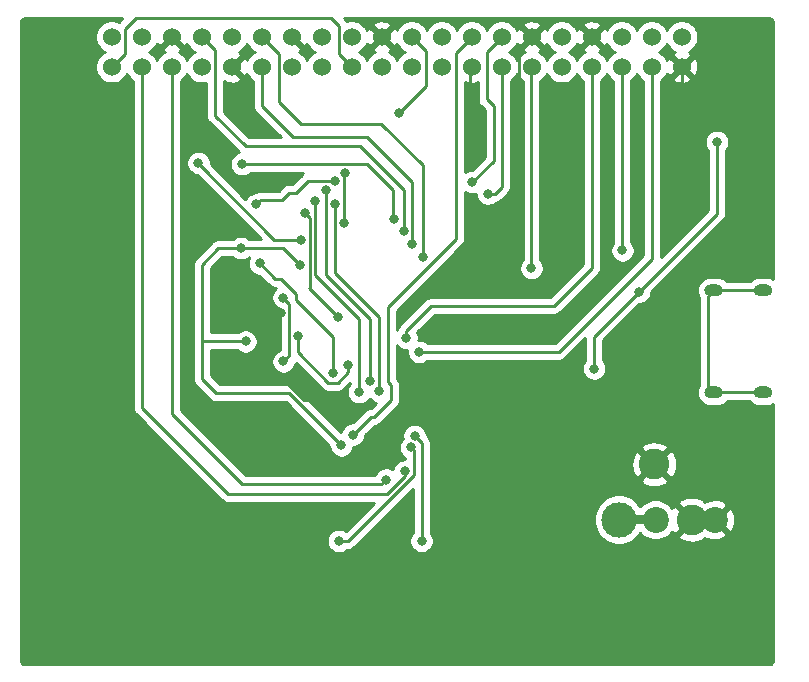
<source format=gbl>
%TF.GenerationSoftware,KiCad,Pcbnew,(5.1.8)-1*%
%TF.CreationDate,2021-02-22T22:13:28+01:00*%
%TF.ProjectId,radioberry-juice,72616469-6f62-4657-9272-792d6a756963,rev?*%
%TF.SameCoordinates,Original*%
%TF.FileFunction,Copper,L2,Bot*%
%TF.FilePolarity,Positive*%
%FSLAX46Y46*%
G04 Gerber Fmt 4.6, Leading zero omitted, Abs format (unit mm)*
G04 Created by KiCad (PCBNEW (5.1.8)-1) date 2021-02-22 22:13:28*
%MOMM*%
%LPD*%
G01*
G04 APERTURE LIST*
%TA.AperFunction,ComponentPad*%
%ADD10C,2.200000*%
%TD*%
%TA.AperFunction,ComponentPad*%
%ADD11C,2.600000*%
%TD*%
%TA.AperFunction,ComponentPad*%
%ADD12C,3.000000*%
%TD*%
%TA.AperFunction,ComponentPad*%
%ADD13C,5.300000*%
%TD*%
%TA.AperFunction,ComponentPad*%
%ADD14C,1.524000*%
%TD*%
%TA.AperFunction,ViaPad*%
%ADD15C,0.800000*%
%TD*%
%TA.AperFunction,Conductor*%
%ADD16C,0.250000*%
%TD*%
%TA.AperFunction,Conductor*%
%ADD17C,0.750000*%
%TD*%
%TA.AperFunction,Conductor*%
%ADD18C,0.254000*%
%TD*%
%TA.AperFunction,Conductor*%
%ADD19C,0.100000*%
%TD*%
G04 APERTURE END LIST*
D10*
%TO.P,CN1,2*%
%TO.N,GND*%
X149400000Y-114100000D03*
%TO.P,CN1,1*%
%TO.N,Net-(CN1-Pad1)*%
X144400000Y-114100000D03*
D11*
%TO.P,CN1,2*%
%TO.N,GND*%
X144300000Y-109400000D03*
X147450000Y-114100000D03*
D12*
%TO.P,CN1,1*%
%TO.N,Net-(CN1-Pad1)*%
X141300000Y-114100000D03*
%TD*%
%TO.P,J2,S1*%
%TO.N,Net-(J2-PadS1)*%
%TA.AperFunction,ComponentPad*%
G36*
G01*
X153800000Y-103820000D02*
X153200000Y-103820000D01*
G75*
G02*
X152700000Y-103320000I0J500000D01*
G01*
X152700000Y-103320000D01*
G75*
G02*
X153200000Y-102820000I500000J0D01*
G01*
X153800000Y-102820000D01*
G75*
G02*
X154300000Y-103320000I0J-500000D01*
G01*
X154300000Y-103320000D01*
G75*
G02*
X153800000Y-103820000I-500000J0D01*
G01*
G37*
%TD.AperFunction*%
%TA.AperFunction,ComponentPad*%
G36*
G01*
X153800000Y-95180000D02*
X153200000Y-95180000D01*
G75*
G02*
X152700000Y-94680000I0J500000D01*
G01*
X152700000Y-94680000D01*
G75*
G02*
X153200000Y-94180000I500000J0D01*
G01*
X153800000Y-94180000D01*
G75*
G02*
X154300000Y-94680000I0J-500000D01*
G01*
X154300000Y-94680000D01*
G75*
G02*
X153800000Y-95180000I-500000J0D01*
G01*
G37*
%TD.AperFunction*%
%TA.AperFunction,ComponentPad*%
G36*
G01*
X149620000Y-95180000D02*
X149020000Y-95180000D01*
G75*
G02*
X148520000Y-94680000I0J500000D01*
G01*
X148520000Y-94680000D01*
G75*
G02*
X149020000Y-94180000I500000J0D01*
G01*
X149620000Y-94180000D01*
G75*
G02*
X150120000Y-94680000I0J-500000D01*
G01*
X150120000Y-94680000D01*
G75*
G02*
X149620000Y-95180000I-500000J0D01*
G01*
G37*
%TD.AperFunction*%
%TA.AperFunction,ComponentPad*%
G36*
G01*
X149620000Y-103820000D02*
X149020000Y-103820000D01*
G75*
G02*
X148520000Y-103320000I0J500000D01*
G01*
X148520000Y-103320000D01*
G75*
G02*
X149020000Y-102820000I500000J0D01*
G01*
X149620000Y-102820000D01*
G75*
G02*
X150120000Y-103320000I0J-500000D01*
G01*
X150120000Y-103320000D01*
G75*
G02*
X149620000Y-103820000I-500000J0D01*
G01*
G37*
%TD.AperFunction*%
%TD*%
D13*
%TO.P,J7,1*%
%TO.N,GND*%
X151500000Y-123500000D03*
%TD*%
%TO.P,J6,1*%
%TO.N,GND*%
X93500000Y-123500000D03*
%TD*%
%TO.P,J5,1*%
%TO.N,GND*%
X151500000Y-74500000D03*
%TD*%
%TO.P,J4,1*%
%TO.N,GND*%
X93500000Y-74500000D03*
%TD*%
D14*
%TO.P,J3,40*%
%TO.N,RXF#*%
X146630000Y-73230000D03*
%TO.P,J3,39*%
%TO.N,GND*%
X146630000Y-75770000D03*
%TO.P,J3,38*%
%TO.N,TXE#*%
X144090000Y-73230000D03*
%TO.P,J3,37*%
%TO.N,NSTATUS*%
X144090000Y-75770000D03*
%TO.P,J3,36*%
%TO.N,RD#*%
X141550000Y-73230000D03*
%TO.P,J3,35*%
%TO.N,DATA0*%
X141550000Y-75770000D03*
%TO.P,J3,34*%
%TO.N,GND*%
X139010000Y-73230000D03*
%TO.P,J3,33*%
%TO.N,P_DATA0*%
X139010000Y-75770000D03*
%TO.P,J3,32*%
%TO.N,WR#*%
X136470000Y-73230000D03*
%TO.P,J3,31*%
%TO.N,Net-(J3-Pad31)*%
X136470000Y-75770000D03*
%TO.P,J3,30*%
%TO.N,GND*%
X133930000Y-73230000D03*
%TO.P,J3,29*%
%TO.N,DATA1*%
X133930000Y-75770000D03*
%TO.P,J3,28*%
%TO.N,DATA7*%
X131390000Y-73230000D03*
%TO.P,J3,27*%
%TO.N,DATA6*%
X131390000Y-75770000D03*
%TO.P,J3,26*%
%TO.N,CE1*%
X128850000Y-73230000D03*
%TO.P,J3,25*%
%TO.N,GND*%
X128850000Y-75770000D03*
%TO.P,J3,24*%
%TO.N,CE0*%
X126310000Y-73230000D03*
%TO.P,J3,23*%
%TO.N,SCLK*%
X126310000Y-75770000D03*
%TO.P,J3,22*%
%TO.N,SI*%
X123770000Y-73230000D03*
%TO.P,J3,21*%
%TO.N,MISO*%
X123770000Y-75770000D03*
%TO.P,J3,20*%
%TO.N,GND*%
X121230000Y-73230000D03*
%TO.P,J3,19*%
%TO.N,MOSI*%
X121230000Y-75770000D03*
%TO.P,J3,18*%
%TO.N,DCLK*%
X118690000Y-73230000D03*
%TO.P,J3,17*%
%TO.N,+3V3*%
X118690000Y-75770000D03*
%TO.P,J3,16*%
%TO.N,OE#*%
X116150000Y-73230000D03*
%TO.P,J3,15*%
%TO.N,CONF_DONE*%
X116150000Y-75770000D03*
%TO.P,J3,14*%
%TO.N,GND*%
X113610000Y-73230000D03*
%TO.P,J3,13*%
%TO.N,NCONFIG*%
X113610000Y-75770000D03*
%TO.P,J3,12*%
%TO.N,DATA2*%
X111070000Y-73230000D03*
%TO.P,J3,11*%
%TO.N,DATA3*%
X111070000Y-75770000D03*
%TO.P,J3,10*%
%TO.N,DATA5*%
X108530000Y-73230000D03*
%TO.P,J3,9*%
%TO.N,GND*%
X108530000Y-75770000D03*
%TO.P,J3,8*%
%TO.N,DATA4*%
X105990000Y-73230000D03*
%TO.P,J3,7*%
%TO.N,CLKOUT*%
X105990000Y-75770000D03*
%TO.P,J3,6*%
%TO.N,GND*%
X103450000Y-73230000D03*
%TO.P,J3,5*%
%TO.N,SCL*%
X103450000Y-75770000D03*
%TO.P,J3,4*%
%TO.N,+5V*%
X100910000Y-73230000D03*
%TO.P,J3,3*%
%TO.N,SDA*%
X100910000Y-75770000D03*
%TO.P,J3,2*%
%TO.N,+5V*%
X98370000Y-73230000D03*
%TO.P,J3,1*%
%TO.N,+3V3*%
X98370000Y-75770000D03*
%TD*%
D15*
%TO.N,GND*%
X118700000Y-119900000D03*
X130500000Y-120500000D03*
X142400000Y-97600000D03*
X141500000Y-102600000D03*
X112675000Y-96600000D03*
X110800000Y-96600000D03*
X145400000Y-89300000D03*
X118100000Y-104000000D03*
X112700000Y-102100000D03*
X134800000Y-97700000D03*
X132400000Y-89100000D03*
X128400000Y-104300000D03*
X128700000Y-82700000D03*
X125900000Y-125400000D03*
%TO.N,VCORE*%
X114125000Y-98525000D03*
X118400000Y-101000000D03*
%TO.N,VCC3V3*%
X109300000Y-91100000D03*
X114300000Y-92500000D03*
X117800000Y-107800000D03*
X139200000Y-101300000D03*
X143000000Y-94800000D03*
X149600000Y-82100000D03*
X109700000Y-99000000D03*
%TO.N,NSTATUS*%
X124400000Y-99900000D03*
%TO.N,DATA7*%
X128900000Y-85500000D03*
%TO.N,DATA3*%
X123800000Y-90800000D03*
%TO.N,P_DATA0*%
X123300000Y-98700000D03*
%TO.N,DATA6*%
X130200000Y-86500000D03*
%TO.N,DATA2*%
X124700000Y-91900000D03*
%TO.N,CE1*%
X118800000Y-106900000D03*
%TO.N,CE0*%
X117225000Y-85400000D03*
X117100000Y-101700000D03*
X110600000Y-87400000D03*
X110900000Y-92400000D03*
%TO.N,SCLK*%
X117300000Y-87400000D03*
X121000000Y-103200000D03*
%TO.N,DATA5*%
X122300000Y-88600000D03*
X109400000Y-84000000D03*
%TO.N,MISO*%
X116500000Y-86200000D03*
X120200000Y-102400000D03*
%TO.N,MOSI*%
X115600000Y-87100000D03*
X119300000Y-103300000D03*
%TO.N,DCLK*%
X114700000Y-88100000D03*
X117500000Y-96900000D03*
%TO.N,DATA4*%
X123100000Y-89700000D03*
%TO.N,CONF_DONE*%
X112900000Y-95300000D03*
X112900000Y-100700000D03*
%TO.N,DATA1*%
X133900000Y-92800000D03*
%TO.N,DATA0*%
X141600000Y-91300000D03*
%TO.N,SI*%
X118025000Y-89000000D03*
X118100000Y-84725000D03*
X122700000Y-79700000D03*
%TO.N,SCL*%
X121600000Y-110700000D03*
%TO.N,SDA*%
X123200000Y-110000000D03*
%TO.N,Net-(R9-Pad1)*%
X114400000Y-90400000D03*
X105700000Y-83900000D03*
%TO.N,Net-(R17-Pad1)*%
X117600000Y-115900000D03*
X123700000Y-107975000D03*
%TO.N,Net-(R13-Pad1)*%
X124000000Y-107000000D03*
X124600000Y-115900000D03*
%TD*%
D16*
%TO.N,GND*%
X115100000Y-123500000D02*
X93500000Y-123500000D01*
X118700000Y-119900000D02*
X115100000Y-123500000D01*
X130500000Y-120500000D02*
X129900000Y-119900000D01*
X141500000Y-98500000D02*
X141500000Y-102600000D01*
X142400000Y-97600000D02*
X141500000Y-98500000D01*
X112675000Y-96600000D02*
X110800000Y-96600000D01*
X146630000Y-88070000D02*
X146630000Y-75770000D01*
X145400000Y-89300000D02*
X146630000Y-88070000D01*
X112736410Y-102100000D02*
X112700000Y-102100000D01*
X114636410Y-104000000D02*
X112736410Y-102100000D01*
X118100000Y-104000000D02*
X114636410Y-104000000D01*
X132842999Y-74317001D02*
X133930000Y-73230000D01*
X132842999Y-88657001D02*
X132842999Y-74317001D01*
X132400000Y-89100000D02*
X132842999Y-88657001D01*
X138950000Y-104300000D02*
X144000000Y-109350000D01*
X128400000Y-104300000D02*
X138950000Y-104300000D01*
X128700000Y-75920000D02*
X128850000Y-75770000D01*
X128700000Y-82700000D02*
X128700000Y-75920000D01*
X125900000Y-120000000D02*
X125800000Y-119900000D01*
X125900000Y-125400000D02*
X125900000Y-120000000D01*
X125800000Y-119900000D02*
X118700000Y-119900000D01*
X129900000Y-119900000D02*
X125800000Y-119900000D01*
%TO.N,+3V3*%
X99457001Y-74682999D02*
X99457001Y-72542999D01*
X98370000Y-75770000D02*
X99457001Y-74682999D01*
X99457001Y-72542999D02*
X100400000Y-71600000D01*
X100400000Y-71600000D02*
X116900000Y-71600000D01*
X117602999Y-74682999D02*
X118690000Y-75770000D01*
X117602999Y-72302999D02*
X117602999Y-74682999D01*
X116900000Y-71600000D02*
X117602999Y-72302999D01*
%TO.N,VCORE*%
X114125000Y-98525000D02*
X114125000Y-99925000D01*
X114125000Y-99925000D02*
X116700000Y-102500000D01*
X116700000Y-102500000D02*
X117500000Y-102500000D01*
X117500000Y-102500000D02*
X118400000Y-101600000D01*
X118400000Y-101600000D02*
X118400000Y-101000000D01*
%TO.N,VCC3V3*%
X112900000Y-91100000D02*
X114300000Y-92500000D01*
X109300000Y-91100000D02*
X112900000Y-91100000D01*
X117800000Y-107800000D02*
X113400000Y-103400000D01*
X113400000Y-103400000D02*
X107200000Y-103400000D01*
X107200000Y-103400000D02*
X106000000Y-102200000D01*
X107400000Y-91100000D02*
X109300000Y-91100000D01*
X106000000Y-92500000D02*
X107400000Y-91100000D01*
X139200000Y-98600000D02*
X143000000Y-94800000D01*
X139200000Y-101300000D02*
X139200000Y-98600000D01*
X143000000Y-94800000D02*
X149600000Y-88200000D01*
X149600000Y-88200000D02*
X149600000Y-82100000D01*
X106100000Y-99000000D02*
X106000000Y-98900000D01*
X109700000Y-99000000D02*
X106100000Y-99000000D01*
X106000000Y-98900000D02*
X106000000Y-92500000D01*
X106000000Y-102200000D02*
X106000000Y-98900000D01*
%TO.N,NSTATUS*%
X144090000Y-92010000D02*
X144090000Y-75770000D01*
X136200000Y-99900000D02*
X144090000Y-92010000D01*
X124400000Y-99900000D02*
X136200000Y-99900000D01*
%TO.N,DATA7*%
X128900000Y-85500000D02*
X130700000Y-83700000D01*
X130700000Y-79100000D02*
X130100000Y-78500000D01*
X130700000Y-83700000D02*
X130700000Y-79100000D01*
X130100000Y-74520000D02*
X131390000Y-73230000D01*
X130100000Y-78500000D02*
X130100000Y-74520000D01*
%TO.N,DATA3*%
X123825001Y-85525001D02*
X123825001Y-90774999D01*
X120000000Y-81700000D02*
X123825001Y-85525001D01*
X113700000Y-81700000D02*
X120000000Y-81700000D01*
X111070000Y-79070000D02*
X113700000Y-81700000D01*
X123825001Y-90774999D02*
X123800000Y-90800000D01*
X111070000Y-75770000D02*
X111070000Y-79070000D01*
%TO.N,P_DATA0*%
X139010000Y-88763002D02*
X139000000Y-88773002D01*
X139010000Y-75770000D02*
X139010000Y-88763002D01*
X139000000Y-88773002D02*
X139000000Y-92800000D01*
X139000000Y-92800000D02*
X135800000Y-96000000D01*
X123300000Y-98700000D02*
X123300000Y-98100000D01*
X125400000Y-96000000D02*
X135800000Y-96000000D01*
X123300000Y-98100000D02*
X125400000Y-96000000D01*
%TO.N,DATA6*%
X130200000Y-86500000D02*
X130800000Y-86500000D01*
X131390000Y-85910000D02*
X131390000Y-75770000D01*
X130800000Y-86500000D02*
X131390000Y-85910000D01*
%TO.N,DATA2*%
X124700000Y-85100000D02*
X124700000Y-91900000D01*
X124700000Y-84100000D02*
X124700000Y-85100000D01*
X121200000Y-80600000D02*
X124700000Y-84100000D01*
X114400000Y-80600000D02*
X121200000Y-80600000D01*
X112522999Y-78722999D02*
X114400000Y-80600000D01*
X112522999Y-74682999D02*
X112522999Y-78722999D01*
X111070000Y-73230000D02*
X112522999Y-74682999D01*
%TO.N,CE1*%
X128850000Y-73230000D02*
X127500000Y-74580000D01*
X127500000Y-74580000D02*
X127500000Y-90300000D01*
X121725001Y-96074999D02*
X121725001Y-102425001D01*
X127500000Y-90300000D02*
X121725001Y-96074999D01*
X121725001Y-102425001D02*
X122000000Y-102700000D01*
X122000000Y-102700000D02*
X122000000Y-103273002D01*
X122000000Y-103273002D02*
X122000000Y-104000000D01*
X122000000Y-104000000D02*
X120600000Y-105400000D01*
X120300000Y-105400000D02*
X118800000Y-106900000D01*
X120600000Y-105400000D02*
X120300000Y-105400000D01*
%TO.N,CE0*%
X117225000Y-85400000D02*
X115000000Y-85400000D01*
X115000000Y-85400000D02*
X113974999Y-86425001D01*
X113974999Y-86425001D02*
X113374999Y-86425001D01*
X113374999Y-86425001D02*
X112800000Y-87000000D01*
X111000000Y-87000000D02*
X110600000Y-87400000D01*
X112800000Y-87000000D02*
X111000000Y-87000000D01*
X117100000Y-98600000D02*
X117100000Y-101700000D01*
X113974999Y-95474999D02*
X117100000Y-98600000D01*
X113974999Y-94974999D02*
X113974999Y-95474999D01*
X112700000Y-93700000D02*
X113974999Y-94974999D01*
X112200000Y-93700000D02*
X112700000Y-93700000D01*
X110900000Y-92400000D02*
X112200000Y-93700000D01*
%TO.N,SCLK*%
X117300000Y-87400000D02*
X117300000Y-93200000D01*
X121000000Y-96900000D02*
X121000000Y-103200000D01*
X117300000Y-93200000D02*
X121000000Y-96900000D01*
%TO.N,DATA5*%
X122200000Y-88500000D02*
X122300000Y-88600000D01*
X122200000Y-86200000D02*
X122200000Y-88500000D01*
X120000000Y-84000000D02*
X122200000Y-86200000D01*
X109400000Y-84000000D02*
X120000000Y-84000000D01*
%TO.N,MISO*%
X116500000Y-86200000D02*
X116500000Y-93400000D01*
X120200000Y-97100000D02*
X120200000Y-102400000D01*
X116500000Y-93400000D02*
X120200000Y-97100000D01*
%TO.N,MOSI*%
X115600000Y-87100000D02*
X115600000Y-93400000D01*
X119300000Y-97100000D02*
X119300000Y-103300000D01*
X115600000Y-93400000D02*
X119300000Y-97100000D01*
%TO.N,DCLK*%
X114700000Y-88100000D02*
X115125001Y-88525001D01*
X115125001Y-88525001D02*
X115125001Y-94474999D01*
X115100000Y-94500000D02*
X117500000Y-96900000D01*
%TO.N,DATA4*%
X107100000Y-74340000D02*
X105990000Y-73230000D01*
X107100000Y-77300000D02*
X107100000Y-74340000D01*
X107100000Y-77500000D02*
X107100000Y-77300000D01*
X123100000Y-86200000D02*
X123100000Y-89700000D01*
X109700000Y-82500000D02*
X119400000Y-82500000D01*
X119400000Y-82500000D02*
X123100000Y-86200000D01*
X107100000Y-79900000D02*
X109700000Y-82500000D01*
X107100000Y-77300000D02*
X107100000Y-79900000D01*
%TO.N,CONF_DONE*%
X112900000Y-95300000D02*
X113400000Y-95800000D01*
X113400000Y-100200000D02*
X112900000Y-100700000D01*
X113400000Y-95800000D02*
X113400000Y-100200000D01*
%TO.N,DATA1*%
X133900000Y-75800000D02*
X133930000Y-75770000D01*
X133900000Y-92800000D02*
X133900000Y-75800000D01*
%TO.N,DATA0*%
X141600000Y-75820000D02*
X141550000Y-75770000D01*
X141600000Y-91300000D02*
X141600000Y-75820000D01*
%TO.N,SI*%
X118025000Y-84800000D02*
X118100000Y-84725000D01*
X118025000Y-89000000D02*
X118025000Y-84800000D01*
X123770000Y-73230000D02*
X125000000Y-74460000D01*
X125000000Y-77400000D02*
X122700000Y-79700000D01*
X125000000Y-74460000D02*
X125000000Y-77400000D01*
%TO.N,SCL*%
X103450000Y-75770000D02*
X103450000Y-105150000D01*
X103450000Y-105150000D02*
X109400000Y-111100000D01*
X121200000Y-111100000D02*
X121600000Y-110700000D01*
X109400000Y-111100000D02*
X121200000Y-111100000D01*
%TO.N,SDA*%
X100910000Y-75770000D02*
X100910000Y-104610000D01*
X100910000Y-104610000D02*
X108200000Y-111900000D01*
X108200000Y-111900000D02*
X121700000Y-111900000D01*
X121700000Y-111900000D02*
X123200000Y-110400000D01*
X123200000Y-110400000D02*
X123200000Y-110000000D01*
%TO.N,Net-(J2-PadS1)*%
X149320000Y-94680000D02*
X153500000Y-94680000D01*
X149320000Y-103320000D02*
X153500000Y-103320000D01*
X148850312Y-95149688D02*
X149320000Y-94680000D01*
X148850312Y-102850312D02*
X148850312Y-95149688D01*
X149320000Y-103320000D02*
X148850312Y-102850312D01*
%TO.N,Net-(R9-Pad1)*%
X114400000Y-90400000D02*
X112100000Y-90400000D01*
X112100000Y-90400000D02*
X105800000Y-84100000D01*
X105800000Y-84000000D02*
X105700000Y-83900000D01*
X105800000Y-84100000D02*
X105800000Y-84000000D01*
%TO.N,Net-(R17-Pad1)*%
X123925001Y-110348001D02*
X123925001Y-108225001D01*
X118373002Y-115900000D02*
X123925001Y-110348001D01*
X117600000Y-115900000D02*
X118373002Y-115900000D01*
X123925001Y-108200001D02*
X123700000Y-107975000D01*
X123925001Y-108225001D02*
X123925001Y-108200001D01*
%TO.N,Net-(R13-Pad1)*%
X124000000Y-107000000D02*
X124600000Y-107600000D01*
X124600000Y-107600000D02*
X124600000Y-115900000D01*
D17*
%TO.N,Net-(CN1-Pad1)*%
X144100000Y-114000000D02*
X141000000Y-114000000D01*
%TD*%
D18*
%TO.N,GND*%
X98962061Y-71963138D02*
X98777490Y-71886686D01*
X98507592Y-71833000D01*
X98232408Y-71833000D01*
X97962510Y-71886686D01*
X97708273Y-71991995D01*
X97479465Y-72144880D01*
X97284880Y-72339465D01*
X97131995Y-72568273D01*
X97026686Y-72822510D01*
X96973000Y-73092408D01*
X96973000Y-73367592D01*
X97026686Y-73637490D01*
X97131995Y-73891727D01*
X97284880Y-74120535D01*
X97479465Y-74315120D01*
X97708273Y-74468005D01*
X97785515Y-74500000D01*
X97708273Y-74531995D01*
X97479465Y-74684880D01*
X97284880Y-74879465D01*
X97131995Y-75108273D01*
X97026686Y-75362510D01*
X96973000Y-75632408D01*
X96973000Y-75907592D01*
X97026686Y-76177490D01*
X97131995Y-76431727D01*
X97284880Y-76660535D01*
X97479465Y-76855120D01*
X97708273Y-77008005D01*
X97962510Y-77113314D01*
X98232408Y-77167000D01*
X98507592Y-77167000D01*
X98777490Y-77113314D01*
X99031727Y-77008005D01*
X99260535Y-76855120D01*
X99455120Y-76660535D01*
X99608005Y-76431727D01*
X99640000Y-76354485D01*
X99671995Y-76431727D01*
X99824880Y-76660535D01*
X100019465Y-76855120D01*
X100150000Y-76942341D01*
X100150001Y-104572667D01*
X100146324Y-104610000D01*
X100150001Y-104647333D01*
X100160998Y-104758986D01*
X100174180Y-104802442D01*
X100204454Y-104902246D01*
X100275026Y-105034276D01*
X100335328Y-105107753D01*
X100370000Y-105150001D01*
X100398998Y-105173799D01*
X107636201Y-112411003D01*
X107659999Y-112440001D01*
X107775724Y-112534974D01*
X107907753Y-112605546D01*
X108051014Y-112649003D01*
X108162667Y-112660000D01*
X108162677Y-112660000D01*
X108200000Y-112663676D01*
X108237323Y-112660000D01*
X120538201Y-112660000D01*
X118165278Y-115032923D01*
X118090256Y-114982795D01*
X117901898Y-114904774D01*
X117701939Y-114865000D01*
X117498061Y-114865000D01*
X117298102Y-114904774D01*
X117109744Y-114982795D01*
X116940226Y-115096063D01*
X116796063Y-115240226D01*
X116682795Y-115409744D01*
X116604774Y-115598102D01*
X116565000Y-115798061D01*
X116565000Y-116001939D01*
X116604774Y-116201898D01*
X116682795Y-116390256D01*
X116796063Y-116559774D01*
X116940226Y-116703937D01*
X117109744Y-116817205D01*
X117298102Y-116895226D01*
X117498061Y-116935000D01*
X117701939Y-116935000D01*
X117901898Y-116895226D01*
X118090256Y-116817205D01*
X118259774Y-116703937D01*
X118303711Y-116660000D01*
X118335680Y-116660000D01*
X118373002Y-116663676D01*
X118410324Y-116660000D01*
X118410335Y-116660000D01*
X118521988Y-116649003D01*
X118665249Y-116605546D01*
X118797278Y-116534974D01*
X118913003Y-116440001D01*
X118936806Y-116410997D01*
X123840000Y-111507803D01*
X123840001Y-115196288D01*
X123796063Y-115240226D01*
X123682795Y-115409744D01*
X123604774Y-115598102D01*
X123565000Y-115798061D01*
X123565000Y-116001939D01*
X123604774Y-116201898D01*
X123682795Y-116390256D01*
X123796063Y-116559774D01*
X123940226Y-116703937D01*
X124109744Y-116817205D01*
X124298102Y-116895226D01*
X124498061Y-116935000D01*
X124701939Y-116935000D01*
X124901898Y-116895226D01*
X125090256Y-116817205D01*
X125259774Y-116703937D01*
X125403937Y-116559774D01*
X125517205Y-116390256D01*
X125595226Y-116201898D01*
X125635000Y-116001939D01*
X125635000Y-115798061D01*
X125595226Y-115598102D01*
X125517205Y-115409744D01*
X125403937Y-115240226D01*
X125360000Y-115196289D01*
X125360000Y-113889721D01*
X139165000Y-113889721D01*
X139165000Y-114310279D01*
X139247047Y-114722756D01*
X139407988Y-115111302D01*
X139641637Y-115460983D01*
X139939017Y-115758363D01*
X140288698Y-115992012D01*
X140677244Y-116152953D01*
X141089721Y-116235000D01*
X141510279Y-116235000D01*
X141922756Y-116152953D01*
X142311302Y-115992012D01*
X142660983Y-115758363D01*
X142958363Y-115460983D01*
X143098136Y-115251797D01*
X143294002Y-115447663D01*
X143578169Y-115637537D01*
X143893919Y-115768325D01*
X144229117Y-115835000D01*
X144570883Y-115835000D01*
X144906081Y-115768325D01*
X145221831Y-115637537D01*
X145505998Y-115447663D01*
X145747663Y-115205998D01*
X145800187Y-115127391D01*
X145805688Y-115137683D01*
X146100776Y-115269619D01*
X147270395Y-114100000D01*
X146100776Y-112930381D01*
X145805688Y-113062317D01*
X145800381Y-113072901D01*
X145747663Y-112994002D01*
X145505998Y-112752337D01*
X145503662Y-112750776D01*
X146280381Y-112750776D01*
X147450000Y-113920395D01*
X147464143Y-113906253D01*
X147643748Y-114085858D01*
X147629605Y-114100000D01*
X147643748Y-114114143D01*
X147464143Y-114293748D01*
X147450000Y-114279605D01*
X146280381Y-115449224D01*
X146412317Y-115744312D01*
X146753045Y-115915159D01*
X147120557Y-116016250D01*
X147500729Y-116043701D01*
X147878951Y-115996457D01*
X148240690Y-115876333D01*
X148487683Y-115744312D01*
X148546156Y-115613530D01*
X148787384Y-115732216D01*
X149117585Y-115820369D01*
X149458639Y-115842409D01*
X149797439Y-115797489D01*
X150120966Y-115687336D01*
X150319274Y-115581338D01*
X150427107Y-115306712D01*
X149400000Y-114279605D01*
X149385858Y-114293748D01*
X149376709Y-114284599D01*
X149390038Y-114100000D01*
X149579605Y-114100000D01*
X150606712Y-115127107D01*
X150881338Y-115019274D01*
X151032216Y-114712616D01*
X151120369Y-114382415D01*
X151142409Y-114041361D01*
X151097489Y-113702561D01*
X150987336Y-113379034D01*
X150881338Y-113180726D01*
X150606712Y-113072893D01*
X149579605Y-114100000D01*
X149390038Y-114100000D01*
X149393701Y-114049271D01*
X149376949Y-113915161D01*
X149385858Y-113906253D01*
X149400000Y-113920395D01*
X150427107Y-112893288D01*
X150319274Y-112618662D01*
X150012616Y-112467784D01*
X149682415Y-112379631D01*
X149341361Y-112357591D01*
X149002561Y-112402511D01*
X148679034Y-112512664D01*
X148545153Y-112584225D01*
X148487683Y-112455688D01*
X148146955Y-112284841D01*
X147779443Y-112183750D01*
X147399271Y-112156299D01*
X147021049Y-112203543D01*
X146659310Y-112323667D01*
X146412317Y-112455688D01*
X146280381Y-112750776D01*
X145503662Y-112750776D01*
X145221831Y-112562463D01*
X144906081Y-112431675D01*
X144570883Y-112365000D01*
X144229117Y-112365000D01*
X143893919Y-112431675D01*
X143578169Y-112562463D01*
X143294002Y-112752337D01*
X143098136Y-112948203D01*
X142958363Y-112739017D01*
X142660983Y-112441637D01*
X142311302Y-112207988D01*
X141922756Y-112047047D01*
X141510279Y-111965000D01*
X141089721Y-111965000D01*
X140677244Y-112047047D01*
X140288698Y-112207988D01*
X139939017Y-112441637D01*
X139641637Y-112739017D01*
X139407988Y-113088698D01*
X139247047Y-113477244D01*
X139165000Y-113889721D01*
X125360000Y-113889721D01*
X125360000Y-110749224D01*
X143130381Y-110749224D01*
X143262317Y-111044312D01*
X143603045Y-111215159D01*
X143970557Y-111316250D01*
X144350729Y-111343701D01*
X144728951Y-111296457D01*
X145090690Y-111176333D01*
X145337683Y-111044312D01*
X145469619Y-110749224D01*
X144300000Y-109579605D01*
X143130381Y-110749224D01*
X125360000Y-110749224D01*
X125360000Y-109450729D01*
X142356299Y-109450729D01*
X142403543Y-109828951D01*
X142523667Y-110190690D01*
X142655688Y-110437683D01*
X142950776Y-110569619D01*
X144120395Y-109400000D01*
X144479605Y-109400000D01*
X145649224Y-110569619D01*
X145944312Y-110437683D01*
X146115159Y-110096955D01*
X146216250Y-109729443D01*
X146243701Y-109349271D01*
X146196457Y-108971049D01*
X146076333Y-108609310D01*
X145944312Y-108362317D01*
X145649224Y-108230381D01*
X144479605Y-109400000D01*
X144120395Y-109400000D01*
X142950776Y-108230381D01*
X142655688Y-108362317D01*
X142484841Y-108703045D01*
X142383750Y-109070557D01*
X142356299Y-109450729D01*
X125360000Y-109450729D01*
X125360000Y-108050776D01*
X143130381Y-108050776D01*
X144300000Y-109220395D01*
X145469619Y-108050776D01*
X145337683Y-107755688D01*
X144996955Y-107584841D01*
X144629443Y-107483750D01*
X144249271Y-107456299D01*
X143871049Y-107503543D01*
X143509310Y-107623667D01*
X143262317Y-107755688D01*
X143130381Y-108050776D01*
X125360000Y-108050776D01*
X125360000Y-107637322D01*
X125363676Y-107599999D01*
X125360000Y-107562676D01*
X125360000Y-107562667D01*
X125349003Y-107451014D01*
X125305546Y-107307753D01*
X125295521Y-107288997D01*
X125234974Y-107175723D01*
X125163799Y-107088997D01*
X125140001Y-107059999D01*
X125111004Y-107036202D01*
X125035000Y-106960198D01*
X125035000Y-106898061D01*
X124995226Y-106698102D01*
X124917205Y-106509744D01*
X124803937Y-106340226D01*
X124659774Y-106196063D01*
X124490256Y-106082795D01*
X124301898Y-106004774D01*
X124101939Y-105965000D01*
X123898061Y-105965000D01*
X123698102Y-106004774D01*
X123509744Y-106082795D01*
X123340226Y-106196063D01*
X123196063Y-106340226D01*
X123082795Y-106509744D01*
X123004774Y-106698102D01*
X122965000Y-106898061D01*
X122965000Y-107101939D01*
X122988949Y-107222340D01*
X122896063Y-107315226D01*
X122782795Y-107484744D01*
X122704774Y-107673102D01*
X122665000Y-107873061D01*
X122665000Y-108076939D01*
X122704774Y-108276898D01*
X122782795Y-108465256D01*
X122896063Y-108634774D01*
X123040226Y-108778937D01*
X123165002Y-108862309D01*
X123165002Y-108965000D01*
X123098061Y-108965000D01*
X122898102Y-109004774D01*
X122709744Y-109082795D01*
X122540226Y-109196063D01*
X122396063Y-109340226D01*
X122282795Y-109509744D01*
X122204774Y-109698102D01*
X122176469Y-109840401D01*
X122090256Y-109782795D01*
X121901898Y-109704774D01*
X121701939Y-109665000D01*
X121498061Y-109665000D01*
X121298102Y-109704774D01*
X121109744Y-109782795D01*
X120940226Y-109896063D01*
X120796063Y-110040226D01*
X120682795Y-110209744D01*
X120628841Y-110340000D01*
X109714802Y-110340000D01*
X104210000Y-104835199D01*
X104210000Y-76942341D01*
X104340535Y-76855120D01*
X104535120Y-76660535D01*
X104688005Y-76431727D01*
X104720000Y-76354485D01*
X104751995Y-76431727D01*
X104904880Y-76660535D01*
X105099465Y-76855120D01*
X105328273Y-77008005D01*
X105582510Y-77113314D01*
X105852408Y-77167000D01*
X106127592Y-77167000D01*
X106340000Y-77124749D01*
X106340000Y-77262668D01*
X106340001Y-79862668D01*
X106336324Y-79900000D01*
X106350998Y-80048985D01*
X106394454Y-80192246D01*
X106465026Y-80324276D01*
X106536201Y-80411002D01*
X106560000Y-80440001D01*
X106588998Y-80463799D01*
X109124684Y-82999486D01*
X109098102Y-83004774D01*
X108909744Y-83082795D01*
X108740226Y-83196063D01*
X108596063Y-83340226D01*
X108482795Y-83509744D01*
X108404774Y-83698102D01*
X108365000Y-83898061D01*
X108365000Y-84101939D01*
X108404774Y-84301898D01*
X108482795Y-84490256D01*
X108596063Y-84659774D01*
X108740226Y-84803937D01*
X108909744Y-84917205D01*
X109098102Y-84995226D01*
X109298061Y-85035000D01*
X109501939Y-85035000D01*
X109701898Y-84995226D01*
X109890256Y-84917205D01*
X110059774Y-84803937D01*
X110103711Y-84760000D01*
X114585127Y-84760000D01*
X114575724Y-84765026D01*
X114459999Y-84859999D01*
X114436201Y-84888997D01*
X113660198Y-85665001D01*
X113412321Y-85665001D01*
X113374998Y-85661325D01*
X113337675Y-85665001D01*
X113337666Y-85665001D01*
X113226013Y-85675998D01*
X113082752Y-85719455D01*
X112950723Y-85790027D01*
X112950721Y-85790028D01*
X112950722Y-85790028D01*
X112863995Y-85861202D01*
X112863991Y-85861206D01*
X112834998Y-85885000D01*
X112811204Y-85913994D01*
X112485198Y-86240000D01*
X111037322Y-86240000D01*
X110999999Y-86236324D01*
X110962676Y-86240000D01*
X110962667Y-86240000D01*
X110851014Y-86250997D01*
X110707753Y-86294454D01*
X110575773Y-86365000D01*
X110498061Y-86365000D01*
X110298102Y-86404774D01*
X110109744Y-86482795D01*
X109940226Y-86596063D01*
X109796063Y-86740226D01*
X109683496Y-86908694D01*
X106735000Y-83960199D01*
X106735000Y-83798061D01*
X106695226Y-83598102D01*
X106617205Y-83409744D01*
X106503937Y-83240226D01*
X106359774Y-83096063D01*
X106190256Y-82982795D01*
X106001898Y-82904774D01*
X105801939Y-82865000D01*
X105598061Y-82865000D01*
X105398102Y-82904774D01*
X105209744Y-82982795D01*
X105040226Y-83096063D01*
X104896063Y-83240226D01*
X104782795Y-83409744D01*
X104704774Y-83598102D01*
X104665000Y-83798061D01*
X104665000Y-84001939D01*
X104704774Y-84201898D01*
X104782795Y-84390256D01*
X104896063Y-84559774D01*
X105040226Y-84703937D01*
X105209744Y-84817205D01*
X105398102Y-84895226D01*
X105550798Y-84925599D01*
X110965197Y-90340000D01*
X110003711Y-90340000D01*
X109959774Y-90296063D01*
X109790256Y-90182795D01*
X109601898Y-90104774D01*
X109401939Y-90065000D01*
X109198061Y-90065000D01*
X108998102Y-90104774D01*
X108809744Y-90182795D01*
X108640226Y-90296063D01*
X108596289Y-90340000D01*
X107437322Y-90340000D01*
X107400000Y-90336324D01*
X107362677Y-90340000D01*
X107362667Y-90340000D01*
X107251014Y-90350997D01*
X107107753Y-90394454D01*
X106975723Y-90465026D01*
X106892083Y-90533668D01*
X106859999Y-90559999D01*
X106836201Y-90588997D01*
X105488998Y-91936201D01*
X105460000Y-91959999D01*
X105436202Y-91988997D01*
X105436201Y-91988998D01*
X105365026Y-92075724D01*
X105294454Y-92207754D01*
X105250998Y-92351015D01*
X105236324Y-92500000D01*
X105240001Y-92537332D01*
X105240000Y-98862677D01*
X105236324Y-98900000D01*
X105240000Y-98937322D01*
X105240000Y-98937332D01*
X105240001Y-98937342D01*
X105240000Y-102162677D01*
X105236324Y-102200000D01*
X105240000Y-102237322D01*
X105240000Y-102237332D01*
X105250997Y-102348985D01*
X105285788Y-102463677D01*
X105294454Y-102492246D01*
X105365026Y-102624276D01*
X105396533Y-102662667D01*
X105459999Y-102740001D01*
X105489003Y-102763804D01*
X106636200Y-103911002D01*
X106659999Y-103940001D01*
X106775724Y-104034974D01*
X106907753Y-104105546D01*
X107051014Y-104149003D01*
X107162667Y-104160000D01*
X107162676Y-104160000D01*
X107199999Y-104163676D01*
X107237322Y-104160000D01*
X113085199Y-104160000D01*
X116765000Y-107839802D01*
X116765000Y-107901939D01*
X116804774Y-108101898D01*
X116882795Y-108290256D01*
X116996063Y-108459774D01*
X117140226Y-108603937D01*
X117309744Y-108717205D01*
X117498102Y-108795226D01*
X117698061Y-108835000D01*
X117901939Y-108835000D01*
X118101898Y-108795226D01*
X118290256Y-108717205D01*
X118459774Y-108603937D01*
X118603937Y-108459774D01*
X118717205Y-108290256D01*
X118795226Y-108101898D01*
X118828424Y-107935000D01*
X118901939Y-107935000D01*
X119101898Y-107895226D01*
X119290256Y-107817205D01*
X119459774Y-107703937D01*
X119603937Y-107559774D01*
X119717205Y-107390256D01*
X119795226Y-107201898D01*
X119835000Y-107001939D01*
X119835000Y-106939801D01*
X120612341Y-106162460D01*
X120637322Y-106160000D01*
X120637333Y-106160000D01*
X120748986Y-106149003D01*
X120892247Y-106105546D01*
X121024276Y-106034974D01*
X121140001Y-105940001D01*
X121163804Y-105910997D01*
X122511003Y-104563799D01*
X122540001Y-104540001D01*
X122566332Y-104507917D01*
X122634974Y-104424277D01*
X122705546Y-104292247D01*
X122734976Y-104195226D01*
X122749003Y-104148986D01*
X122760000Y-104037333D01*
X122760000Y-104037323D01*
X122763676Y-104000000D01*
X122760000Y-103962678D01*
X122760000Y-102737322D01*
X122763676Y-102699999D01*
X122760000Y-102662676D01*
X122760000Y-102662667D01*
X122749003Y-102551014D01*
X122705546Y-102407753D01*
X122634974Y-102275724D01*
X122540001Y-102159999D01*
X122510998Y-102136197D01*
X122485001Y-102110200D01*
X122485001Y-99343219D01*
X122496063Y-99359774D01*
X122640226Y-99503937D01*
X122809744Y-99617205D01*
X122998102Y-99695226D01*
X123198061Y-99735000D01*
X123377544Y-99735000D01*
X123365000Y-99798061D01*
X123365000Y-100001939D01*
X123404774Y-100201898D01*
X123482795Y-100390256D01*
X123596063Y-100559774D01*
X123740226Y-100703937D01*
X123909744Y-100817205D01*
X124098102Y-100895226D01*
X124298061Y-100935000D01*
X124501939Y-100935000D01*
X124701898Y-100895226D01*
X124890256Y-100817205D01*
X125059774Y-100703937D01*
X125103711Y-100660000D01*
X136162678Y-100660000D01*
X136200000Y-100663676D01*
X136237322Y-100660000D01*
X136237333Y-100660000D01*
X136348986Y-100649003D01*
X136492247Y-100605546D01*
X136624276Y-100534974D01*
X136740001Y-100440001D01*
X136763804Y-100410997D01*
X138440001Y-98734800D01*
X138440000Y-100596289D01*
X138396063Y-100640226D01*
X138282795Y-100809744D01*
X138204774Y-100998102D01*
X138165000Y-101198061D01*
X138165000Y-101401939D01*
X138204774Y-101601898D01*
X138282795Y-101790256D01*
X138396063Y-101959774D01*
X138540226Y-102103937D01*
X138709744Y-102217205D01*
X138898102Y-102295226D01*
X139098061Y-102335000D01*
X139301939Y-102335000D01*
X139501898Y-102295226D01*
X139690256Y-102217205D01*
X139859774Y-102103937D01*
X140003937Y-101959774D01*
X140117205Y-101790256D01*
X140195226Y-101601898D01*
X140235000Y-101401939D01*
X140235000Y-101198061D01*
X140195226Y-100998102D01*
X140117205Y-100809744D01*
X140003937Y-100640226D01*
X139960000Y-100596289D01*
X139960000Y-98914801D01*
X143039802Y-95835000D01*
X143101939Y-95835000D01*
X143301898Y-95795226D01*
X143490256Y-95717205D01*
X143659774Y-95603937D01*
X143803937Y-95459774D01*
X143917205Y-95290256D01*
X143995226Y-95101898D01*
X144035000Y-94901939D01*
X144035000Y-94839801D01*
X150111004Y-88763798D01*
X150140001Y-88740001D01*
X150234974Y-88624276D01*
X150305546Y-88492247D01*
X150349003Y-88348986D01*
X150360000Y-88237333D01*
X150360000Y-88237332D01*
X150363677Y-88200000D01*
X150360000Y-88162667D01*
X150360000Y-82803711D01*
X150403937Y-82759774D01*
X150517205Y-82590256D01*
X150595226Y-82401898D01*
X150635000Y-82201939D01*
X150635000Y-81998061D01*
X150595226Y-81798102D01*
X150517205Y-81609744D01*
X150403937Y-81440226D01*
X150259774Y-81296063D01*
X150090256Y-81182795D01*
X149901898Y-81104774D01*
X149701939Y-81065000D01*
X149498061Y-81065000D01*
X149298102Y-81104774D01*
X149109744Y-81182795D01*
X148940226Y-81296063D01*
X148796063Y-81440226D01*
X148682795Y-81609744D01*
X148604774Y-81798102D01*
X148565000Y-81998061D01*
X148565000Y-82201939D01*
X148604774Y-82401898D01*
X148682795Y-82590256D01*
X148796063Y-82759774D01*
X148840001Y-82803712D01*
X148840000Y-87885198D01*
X144850000Y-91875199D01*
X144850000Y-76942341D01*
X144980535Y-76855120D01*
X145100090Y-76735565D01*
X145844040Y-76735565D01*
X145911020Y-76975656D01*
X146160048Y-77092756D01*
X146427135Y-77159023D01*
X146702017Y-77171910D01*
X146974133Y-77130922D01*
X147233023Y-77037636D01*
X147348980Y-76975656D01*
X147415960Y-76735565D01*
X146630000Y-75949605D01*
X145844040Y-76735565D01*
X145100090Y-76735565D01*
X145175120Y-76660535D01*
X145328005Y-76431727D01*
X145357692Y-76360057D01*
X145362364Y-76373023D01*
X145424344Y-76488980D01*
X145664435Y-76555960D01*
X146450395Y-75770000D01*
X146809605Y-75770000D01*
X147595565Y-76555960D01*
X147835656Y-76488980D01*
X147952756Y-76239952D01*
X148019023Y-75972865D01*
X148031910Y-75697983D01*
X147990922Y-75425867D01*
X147897636Y-75166977D01*
X147835656Y-75051020D01*
X147595565Y-74984040D01*
X146809605Y-75770000D01*
X146450395Y-75770000D01*
X145664435Y-74984040D01*
X145424344Y-75051020D01*
X145360515Y-75186760D01*
X145328005Y-75108273D01*
X145175120Y-74879465D01*
X144980535Y-74684880D01*
X144751727Y-74531995D01*
X144674485Y-74500000D01*
X144751727Y-74468005D01*
X144980535Y-74315120D01*
X145175120Y-74120535D01*
X145328005Y-73891727D01*
X145360000Y-73814485D01*
X145391995Y-73891727D01*
X145544880Y-74120535D01*
X145739465Y-74315120D01*
X145968273Y-74468005D01*
X146039943Y-74497692D01*
X146026977Y-74502364D01*
X145911020Y-74564344D01*
X145844040Y-74804435D01*
X146630000Y-75590395D01*
X147415960Y-74804435D01*
X147348980Y-74564344D01*
X147213240Y-74500515D01*
X147291727Y-74468005D01*
X147520535Y-74315120D01*
X147715120Y-74120535D01*
X147868005Y-73891727D01*
X147973314Y-73637490D01*
X148027000Y-73367592D01*
X148027000Y-73092408D01*
X147973314Y-72822510D01*
X147868005Y-72568273D01*
X147715120Y-72339465D01*
X147520535Y-72144880D01*
X147291727Y-71991995D01*
X147037490Y-71886686D01*
X146767592Y-71833000D01*
X146492408Y-71833000D01*
X146222510Y-71886686D01*
X145968273Y-71991995D01*
X145739465Y-72144880D01*
X145544880Y-72339465D01*
X145391995Y-72568273D01*
X145360000Y-72645515D01*
X145328005Y-72568273D01*
X145175120Y-72339465D01*
X144980535Y-72144880D01*
X144751727Y-71991995D01*
X144497490Y-71886686D01*
X144227592Y-71833000D01*
X143952408Y-71833000D01*
X143682510Y-71886686D01*
X143428273Y-71991995D01*
X143199465Y-72144880D01*
X143004880Y-72339465D01*
X142851995Y-72568273D01*
X142820000Y-72645515D01*
X142788005Y-72568273D01*
X142635120Y-72339465D01*
X142440535Y-72144880D01*
X142211727Y-71991995D01*
X141957490Y-71886686D01*
X141687592Y-71833000D01*
X141412408Y-71833000D01*
X141142510Y-71886686D01*
X140888273Y-71991995D01*
X140659465Y-72144880D01*
X140464880Y-72339465D01*
X140311995Y-72568273D01*
X140282308Y-72639943D01*
X140277636Y-72626977D01*
X140215656Y-72511020D01*
X139975565Y-72444040D01*
X139189605Y-73230000D01*
X139975565Y-74015960D01*
X140215656Y-73948980D01*
X140279485Y-73813240D01*
X140311995Y-73891727D01*
X140464880Y-74120535D01*
X140659465Y-74315120D01*
X140888273Y-74468005D01*
X140965515Y-74500000D01*
X140888273Y-74531995D01*
X140659465Y-74684880D01*
X140464880Y-74879465D01*
X140311995Y-75108273D01*
X140280000Y-75185515D01*
X140248005Y-75108273D01*
X140095120Y-74879465D01*
X139900535Y-74684880D01*
X139671727Y-74531995D01*
X139600057Y-74502308D01*
X139613023Y-74497636D01*
X139728980Y-74435656D01*
X139795960Y-74195565D01*
X139010000Y-73409605D01*
X138224040Y-74195565D01*
X138291020Y-74435656D01*
X138426760Y-74499485D01*
X138348273Y-74531995D01*
X138119465Y-74684880D01*
X137924880Y-74879465D01*
X137771995Y-75108273D01*
X137740000Y-75185515D01*
X137708005Y-75108273D01*
X137555120Y-74879465D01*
X137360535Y-74684880D01*
X137131727Y-74531995D01*
X137054485Y-74500000D01*
X137131727Y-74468005D01*
X137360535Y-74315120D01*
X137555120Y-74120535D01*
X137708005Y-73891727D01*
X137737692Y-73820057D01*
X137742364Y-73833023D01*
X137804344Y-73948980D01*
X138044435Y-74015960D01*
X138830395Y-73230000D01*
X138044435Y-72444040D01*
X137804344Y-72511020D01*
X137740515Y-72646760D01*
X137708005Y-72568273D01*
X137555120Y-72339465D01*
X137480090Y-72264435D01*
X138224040Y-72264435D01*
X139010000Y-73050395D01*
X139795960Y-72264435D01*
X139728980Y-72024344D01*
X139479952Y-71907244D01*
X139212865Y-71840977D01*
X138937983Y-71828090D01*
X138665867Y-71869078D01*
X138406977Y-71962364D01*
X138291020Y-72024344D01*
X138224040Y-72264435D01*
X137480090Y-72264435D01*
X137360535Y-72144880D01*
X137131727Y-71991995D01*
X136877490Y-71886686D01*
X136607592Y-71833000D01*
X136332408Y-71833000D01*
X136062510Y-71886686D01*
X135808273Y-71991995D01*
X135579465Y-72144880D01*
X135384880Y-72339465D01*
X135231995Y-72568273D01*
X135202308Y-72639943D01*
X135197636Y-72626977D01*
X135135656Y-72511020D01*
X134895565Y-72444040D01*
X134109605Y-73230000D01*
X134895565Y-74015960D01*
X135135656Y-73948980D01*
X135199485Y-73813240D01*
X135231995Y-73891727D01*
X135384880Y-74120535D01*
X135579465Y-74315120D01*
X135808273Y-74468005D01*
X135885515Y-74500000D01*
X135808273Y-74531995D01*
X135579465Y-74684880D01*
X135384880Y-74879465D01*
X135231995Y-75108273D01*
X135200000Y-75185515D01*
X135168005Y-75108273D01*
X135015120Y-74879465D01*
X134820535Y-74684880D01*
X134591727Y-74531995D01*
X134520057Y-74502308D01*
X134533023Y-74497636D01*
X134648980Y-74435656D01*
X134715960Y-74195565D01*
X133930000Y-73409605D01*
X133144040Y-74195565D01*
X133211020Y-74435656D01*
X133346760Y-74499485D01*
X133268273Y-74531995D01*
X133039465Y-74684880D01*
X132844880Y-74879465D01*
X132691995Y-75108273D01*
X132660000Y-75185515D01*
X132628005Y-75108273D01*
X132475120Y-74879465D01*
X132280535Y-74684880D01*
X132051727Y-74531995D01*
X131974485Y-74500000D01*
X132051727Y-74468005D01*
X132280535Y-74315120D01*
X132475120Y-74120535D01*
X132628005Y-73891727D01*
X132657692Y-73820057D01*
X132662364Y-73833023D01*
X132724344Y-73948980D01*
X132964435Y-74015960D01*
X133750395Y-73230000D01*
X132964435Y-72444040D01*
X132724344Y-72511020D01*
X132660515Y-72646760D01*
X132628005Y-72568273D01*
X132475120Y-72339465D01*
X132400090Y-72264435D01*
X133144040Y-72264435D01*
X133930000Y-73050395D01*
X134715960Y-72264435D01*
X134648980Y-72024344D01*
X134399952Y-71907244D01*
X134132865Y-71840977D01*
X133857983Y-71828090D01*
X133585867Y-71869078D01*
X133326977Y-71962364D01*
X133211020Y-72024344D01*
X133144040Y-72264435D01*
X132400090Y-72264435D01*
X132280535Y-72144880D01*
X132051727Y-71991995D01*
X131797490Y-71886686D01*
X131527592Y-71833000D01*
X131252408Y-71833000D01*
X130982510Y-71886686D01*
X130728273Y-71991995D01*
X130499465Y-72144880D01*
X130304880Y-72339465D01*
X130151995Y-72568273D01*
X130120000Y-72645515D01*
X130088005Y-72568273D01*
X129935120Y-72339465D01*
X129740535Y-72144880D01*
X129511727Y-71991995D01*
X129257490Y-71886686D01*
X128987592Y-71833000D01*
X128712408Y-71833000D01*
X128442510Y-71886686D01*
X128188273Y-71991995D01*
X127959465Y-72144880D01*
X127764880Y-72339465D01*
X127611995Y-72568273D01*
X127580000Y-72645515D01*
X127548005Y-72568273D01*
X127395120Y-72339465D01*
X127200535Y-72144880D01*
X126971727Y-71991995D01*
X126717490Y-71886686D01*
X126447592Y-71833000D01*
X126172408Y-71833000D01*
X125902510Y-71886686D01*
X125648273Y-71991995D01*
X125419465Y-72144880D01*
X125224880Y-72339465D01*
X125071995Y-72568273D01*
X125040000Y-72645515D01*
X125008005Y-72568273D01*
X124855120Y-72339465D01*
X124660535Y-72144880D01*
X124431727Y-71991995D01*
X124177490Y-71886686D01*
X123907592Y-71833000D01*
X123632408Y-71833000D01*
X123362510Y-71886686D01*
X123108273Y-71991995D01*
X122879465Y-72144880D01*
X122684880Y-72339465D01*
X122531995Y-72568273D01*
X122502308Y-72639943D01*
X122497636Y-72626977D01*
X122435656Y-72511020D01*
X122195565Y-72444040D01*
X121409605Y-73230000D01*
X122195565Y-74015960D01*
X122435656Y-73948980D01*
X122499485Y-73813240D01*
X122531995Y-73891727D01*
X122684880Y-74120535D01*
X122879465Y-74315120D01*
X123108273Y-74468005D01*
X123185515Y-74500000D01*
X123108273Y-74531995D01*
X122879465Y-74684880D01*
X122684880Y-74879465D01*
X122531995Y-75108273D01*
X122500000Y-75185515D01*
X122468005Y-75108273D01*
X122315120Y-74879465D01*
X122120535Y-74684880D01*
X121891727Y-74531995D01*
X121820057Y-74502308D01*
X121833023Y-74497636D01*
X121948980Y-74435656D01*
X122015960Y-74195565D01*
X121230000Y-73409605D01*
X120444040Y-74195565D01*
X120511020Y-74435656D01*
X120646760Y-74499485D01*
X120568273Y-74531995D01*
X120339465Y-74684880D01*
X120144880Y-74879465D01*
X119991995Y-75108273D01*
X119960000Y-75185515D01*
X119928005Y-75108273D01*
X119775120Y-74879465D01*
X119580535Y-74684880D01*
X119351727Y-74531995D01*
X119274485Y-74500000D01*
X119351727Y-74468005D01*
X119580535Y-74315120D01*
X119775120Y-74120535D01*
X119928005Y-73891727D01*
X119957692Y-73820057D01*
X119962364Y-73833023D01*
X120024344Y-73948980D01*
X120264435Y-74015960D01*
X121050395Y-73230000D01*
X120264435Y-72444040D01*
X120024344Y-72511020D01*
X119960515Y-72646760D01*
X119928005Y-72568273D01*
X119775120Y-72339465D01*
X119700090Y-72264435D01*
X120444040Y-72264435D01*
X121230000Y-73050395D01*
X122015960Y-72264435D01*
X121948980Y-72024344D01*
X121699952Y-71907244D01*
X121432865Y-71840977D01*
X121157983Y-71828090D01*
X120885867Y-71869078D01*
X120626977Y-71962364D01*
X120511020Y-72024344D01*
X120444040Y-72264435D01*
X119700090Y-72264435D01*
X119580535Y-72144880D01*
X119351727Y-71991995D01*
X119097490Y-71886686D01*
X118827592Y-71833000D01*
X118552408Y-71833000D01*
X118282510Y-71886686D01*
X118249531Y-71900346D01*
X118237973Y-71878723D01*
X118143000Y-71762998D01*
X118114003Y-71739201D01*
X118034802Y-71660000D01*
X153967721Y-71660000D01*
X154065424Y-71669580D01*
X154128356Y-71688580D01*
X154186405Y-71719445D01*
X154237343Y-71760989D01*
X154279248Y-71811644D01*
X154310515Y-71869471D01*
X154329956Y-71932272D01*
X154340001Y-72027845D01*
X154340001Y-93684403D01*
X154235521Y-93628558D01*
X154022027Y-93563795D01*
X153800000Y-93541927D01*
X153200000Y-93541927D01*
X152977973Y-93563795D01*
X152764479Y-93628558D01*
X152567721Y-93733727D01*
X152395262Y-93875261D01*
X152358546Y-93920000D01*
X150461454Y-93920000D01*
X150424738Y-93875261D01*
X150252279Y-93733727D01*
X150055521Y-93628558D01*
X149842027Y-93563795D01*
X149620000Y-93541927D01*
X149020000Y-93541927D01*
X148797973Y-93563795D01*
X148584479Y-93628558D01*
X148387721Y-93733727D01*
X148215262Y-93875261D01*
X148073728Y-94047720D01*
X147968559Y-94244478D01*
X147903796Y-94457972D01*
X147881928Y-94679999D01*
X147881928Y-94680001D01*
X147903796Y-94902028D01*
X147968559Y-95115522D01*
X148073728Y-95312280D01*
X148090313Y-95332489D01*
X148090312Y-102667512D01*
X148073728Y-102687720D01*
X147968559Y-102884478D01*
X147903796Y-103097972D01*
X147881928Y-103319999D01*
X147881928Y-103320001D01*
X147903796Y-103542028D01*
X147968559Y-103755522D01*
X148073728Y-103952280D01*
X148215262Y-104124739D01*
X148387721Y-104266273D01*
X148584479Y-104371442D01*
X148797973Y-104436205D01*
X149020000Y-104458073D01*
X149620000Y-104458073D01*
X149842027Y-104436205D01*
X150055521Y-104371442D01*
X150252279Y-104266273D01*
X150424738Y-104124739D01*
X150461454Y-104080000D01*
X152358546Y-104080000D01*
X152395262Y-104124739D01*
X152567721Y-104266273D01*
X152764479Y-104371442D01*
X152977973Y-104436205D01*
X153200000Y-104458073D01*
X153800000Y-104458073D01*
X154022027Y-104436205D01*
X154235521Y-104371442D01*
X154340000Y-104315597D01*
X154340000Y-125967721D01*
X154330420Y-126065424D01*
X154311420Y-126128357D01*
X154280554Y-126186406D01*
X154239011Y-126237343D01*
X154188356Y-126279248D01*
X154130529Y-126310515D01*
X154067728Y-126329956D01*
X153972165Y-126340000D01*
X91032279Y-126340000D01*
X90934576Y-126330420D01*
X90871643Y-126311420D01*
X90813594Y-126280554D01*
X90762657Y-126239011D01*
X90720752Y-126188356D01*
X90689485Y-126130529D01*
X90670044Y-126067728D01*
X90660000Y-125972165D01*
X90660000Y-72032279D01*
X90669580Y-71934576D01*
X90688580Y-71871644D01*
X90719445Y-71813595D01*
X90760989Y-71762657D01*
X90811644Y-71720752D01*
X90869471Y-71689485D01*
X90932272Y-71670044D01*
X91027835Y-71660000D01*
X99265199Y-71660000D01*
X98962061Y-71963138D01*
%TA.AperFunction,Conductor*%
D19*
G36*
X98962061Y-71963138D02*
G01*
X98777490Y-71886686D01*
X98507592Y-71833000D01*
X98232408Y-71833000D01*
X97962510Y-71886686D01*
X97708273Y-71991995D01*
X97479465Y-72144880D01*
X97284880Y-72339465D01*
X97131995Y-72568273D01*
X97026686Y-72822510D01*
X96973000Y-73092408D01*
X96973000Y-73367592D01*
X97026686Y-73637490D01*
X97131995Y-73891727D01*
X97284880Y-74120535D01*
X97479465Y-74315120D01*
X97708273Y-74468005D01*
X97785515Y-74500000D01*
X97708273Y-74531995D01*
X97479465Y-74684880D01*
X97284880Y-74879465D01*
X97131995Y-75108273D01*
X97026686Y-75362510D01*
X96973000Y-75632408D01*
X96973000Y-75907592D01*
X97026686Y-76177490D01*
X97131995Y-76431727D01*
X97284880Y-76660535D01*
X97479465Y-76855120D01*
X97708273Y-77008005D01*
X97962510Y-77113314D01*
X98232408Y-77167000D01*
X98507592Y-77167000D01*
X98777490Y-77113314D01*
X99031727Y-77008005D01*
X99260535Y-76855120D01*
X99455120Y-76660535D01*
X99608005Y-76431727D01*
X99640000Y-76354485D01*
X99671995Y-76431727D01*
X99824880Y-76660535D01*
X100019465Y-76855120D01*
X100150000Y-76942341D01*
X100150001Y-104572667D01*
X100146324Y-104610000D01*
X100150001Y-104647333D01*
X100160998Y-104758986D01*
X100174180Y-104802442D01*
X100204454Y-104902246D01*
X100275026Y-105034276D01*
X100335328Y-105107753D01*
X100370000Y-105150001D01*
X100398998Y-105173799D01*
X107636201Y-112411003D01*
X107659999Y-112440001D01*
X107775724Y-112534974D01*
X107907753Y-112605546D01*
X108051014Y-112649003D01*
X108162667Y-112660000D01*
X108162677Y-112660000D01*
X108200000Y-112663676D01*
X108237323Y-112660000D01*
X120538201Y-112660000D01*
X118165278Y-115032923D01*
X118090256Y-114982795D01*
X117901898Y-114904774D01*
X117701939Y-114865000D01*
X117498061Y-114865000D01*
X117298102Y-114904774D01*
X117109744Y-114982795D01*
X116940226Y-115096063D01*
X116796063Y-115240226D01*
X116682795Y-115409744D01*
X116604774Y-115598102D01*
X116565000Y-115798061D01*
X116565000Y-116001939D01*
X116604774Y-116201898D01*
X116682795Y-116390256D01*
X116796063Y-116559774D01*
X116940226Y-116703937D01*
X117109744Y-116817205D01*
X117298102Y-116895226D01*
X117498061Y-116935000D01*
X117701939Y-116935000D01*
X117901898Y-116895226D01*
X118090256Y-116817205D01*
X118259774Y-116703937D01*
X118303711Y-116660000D01*
X118335680Y-116660000D01*
X118373002Y-116663676D01*
X118410324Y-116660000D01*
X118410335Y-116660000D01*
X118521988Y-116649003D01*
X118665249Y-116605546D01*
X118797278Y-116534974D01*
X118913003Y-116440001D01*
X118936806Y-116410997D01*
X123840000Y-111507803D01*
X123840001Y-115196288D01*
X123796063Y-115240226D01*
X123682795Y-115409744D01*
X123604774Y-115598102D01*
X123565000Y-115798061D01*
X123565000Y-116001939D01*
X123604774Y-116201898D01*
X123682795Y-116390256D01*
X123796063Y-116559774D01*
X123940226Y-116703937D01*
X124109744Y-116817205D01*
X124298102Y-116895226D01*
X124498061Y-116935000D01*
X124701939Y-116935000D01*
X124901898Y-116895226D01*
X125090256Y-116817205D01*
X125259774Y-116703937D01*
X125403937Y-116559774D01*
X125517205Y-116390256D01*
X125595226Y-116201898D01*
X125635000Y-116001939D01*
X125635000Y-115798061D01*
X125595226Y-115598102D01*
X125517205Y-115409744D01*
X125403937Y-115240226D01*
X125360000Y-115196289D01*
X125360000Y-113889721D01*
X139165000Y-113889721D01*
X139165000Y-114310279D01*
X139247047Y-114722756D01*
X139407988Y-115111302D01*
X139641637Y-115460983D01*
X139939017Y-115758363D01*
X140288698Y-115992012D01*
X140677244Y-116152953D01*
X141089721Y-116235000D01*
X141510279Y-116235000D01*
X141922756Y-116152953D01*
X142311302Y-115992012D01*
X142660983Y-115758363D01*
X142958363Y-115460983D01*
X143098136Y-115251797D01*
X143294002Y-115447663D01*
X143578169Y-115637537D01*
X143893919Y-115768325D01*
X144229117Y-115835000D01*
X144570883Y-115835000D01*
X144906081Y-115768325D01*
X145221831Y-115637537D01*
X145505998Y-115447663D01*
X145747663Y-115205998D01*
X145800187Y-115127391D01*
X145805688Y-115137683D01*
X146100776Y-115269619D01*
X147270395Y-114100000D01*
X146100776Y-112930381D01*
X145805688Y-113062317D01*
X145800381Y-113072901D01*
X145747663Y-112994002D01*
X145505998Y-112752337D01*
X145503662Y-112750776D01*
X146280381Y-112750776D01*
X147450000Y-113920395D01*
X147464143Y-113906253D01*
X147643748Y-114085858D01*
X147629605Y-114100000D01*
X147643748Y-114114143D01*
X147464143Y-114293748D01*
X147450000Y-114279605D01*
X146280381Y-115449224D01*
X146412317Y-115744312D01*
X146753045Y-115915159D01*
X147120557Y-116016250D01*
X147500729Y-116043701D01*
X147878951Y-115996457D01*
X148240690Y-115876333D01*
X148487683Y-115744312D01*
X148546156Y-115613530D01*
X148787384Y-115732216D01*
X149117585Y-115820369D01*
X149458639Y-115842409D01*
X149797439Y-115797489D01*
X150120966Y-115687336D01*
X150319274Y-115581338D01*
X150427107Y-115306712D01*
X149400000Y-114279605D01*
X149385858Y-114293748D01*
X149376709Y-114284599D01*
X149390038Y-114100000D01*
X149579605Y-114100000D01*
X150606712Y-115127107D01*
X150881338Y-115019274D01*
X151032216Y-114712616D01*
X151120369Y-114382415D01*
X151142409Y-114041361D01*
X151097489Y-113702561D01*
X150987336Y-113379034D01*
X150881338Y-113180726D01*
X150606712Y-113072893D01*
X149579605Y-114100000D01*
X149390038Y-114100000D01*
X149393701Y-114049271D01*
X149376949Y-113915161D01*
X149385858Y-113906253D01*
X149400000Y-113920395D01*
X150427107Y-112893288D01*
X150319274Y-112618662D01*
X150012616Y-112467784D01*
X149682415Y-112379631D01*
X149341361Y-112357591D01*
X149002561Y-112402511D01*
X148679034Y-112512664D01*
X148545153Y-112584225D01*
X148487683Y-112455688D01*
X148146955Y-112284841D01*
X147779443Y-112183750D01*
X147399271Y-112156299D01*
X147021049Y-112203543D01*
X146659310Y-112323667D01*
X146412317Y-112455688D01*
X146280381Y-112750776D01*
X145503662Y-112750776D01*
X145221831Y-112562463D01*
X144906081Y-112431675D01*
X144570883Y-112365000D01*
X144229117Y-112365000D01*
X143893919Y-112431675D01*
X143578169Y-112562463D01*
X143294002Y-112752337D01*
X143098136Y-112948203D01*
X142958363Y-112739017D01*
X142660983Y-112441637D01*
X142311302Y-112207988D01*
X141922756Y-112047047D01*
X141510279Y-111965000D01*
X141089721Y-111965000D01*
X140677244Y-112047047D01*
X140288698Y-112207988D01*
X139939017Y-112441637D01*
X139641637Y-112739017D01*
X139407988Y-113088698D01*
X139247047Y-113477244D01*
X139165000Y-113889721D01*
X125360000Y-113889721D01*
X125360000Y-110749224D01*
X143130381Y-110749224D01*
X143262317Y-111044312D01*
X143603045Y-111215159D01*
X143970557Y-111316250D01*
X144350729Y-111343701D01*
X144728951Y-111296457D01*
X145090690Y-111176333D01*
X145337683Y-111044312D01*
X145469619Y-110749224D01*
X144300000Y-109579605D01*
X143130381Y-110749224D01*
X125360000Y-110749224D01*
X125360000Y-109450729D01*
X142356299Y-109450729D01*
X142403543Y-109828951D01*
X142523667Y-110190690D01*
X142655688Y-110437683D01*
X142950776Y-110569619D01*
X144120395Y-109400000D01*
X144479605Y-109400000D01*
X145649224Y-110569619D01*
X145944312Y-110437683D01*
X146115159Y-110096955D01*
X146216250Y-109729443D01*
X146243701Y-109349271D01*
X146196457Y-108971049D01*
X146076333Y-108609310D01*
X145944312Y-108362317D01*
X145649224Y-108230381D01*
X144479605Y-109400000D01*
X144120395Y-109400000D01*
X142950776Y-108230381D01*
X142655688Y-108362317D01*
X142484841Y-108703045D01*
X142383750Y-109070557D01*
X142356299Y-109450729D01*
X125360000Y-109450729D01*
X125360000Y-108050776D01*
X143130381Y-108050776D01*
X144300000Y-109220395D01*
X145469619Y-108050776D01*
X145337683Y-107755688D01*
X144996955Y-107584841D01*
X144629443Y-107483750D01*
X144249271Y-107456299D01*
X143871049Y-107503543D01*
X143509310Y-107623667D01*
X143262317Y-107755688D01*
X143130381Y-108050776D01*
X125360000Y-108050776D01*
X125360000Y-107637322D01*
X125363676Y-107599999D01*
X125360000Y-107562676D01*
X125360000Y-107562667D01*
X125349003Y-107451014D01*
X125305546Y-107307753D01*
X125295521Y-107288997D01*
X125234974Y-107175723D01*
X125163799Y-107088997D01*
X125140001Y-107059999D01*
X125111004Y-107036202D01*
X125035000Y-106960198D01*
X125035000Y-106898061D01*
X124995226Y-106698102D01*
X124917205Y-106509744D01*
X124803937Y-106340226D01*
X124659774Y-106196063D01*
X124490256Y-106082795D01*
X124301898Y-106004774D01*
X124101939Y-105965000D01*
X123898061Y-105965000D01*
X123698102Y-106004774D01*
X123509744Y-106082795D01*
X123340226Y-106196063D01*
X123196063Y-106340226D01*
X123082795Y-106509744D01*
X123004774Y-106698102D01*
X122965000Y-106898061D01*
X122965000Y-107101939D01*
X122988949Y-107222340D01*
X122896063Y-107315226D01*
X122782795Y-107484744D01*
X122704774Y-107673102D01*
X122665000Y-107873061D01*
X122665000Y-108076939D01*
X122704774Y-108276898D01*
X122782795Y-108465256D01*
X122896063Y-108634774D01*
X123040226Y-108778937D01*
X123165002Y-108862309D01*
X123165002Y-108965000D01*
X123098061Y-108965000D01*
X122898102Y-109004774D01*
X122709744Y-109082795D01*
X122540226Y-109196063D01*
X122396063Y-109340226D01*
X122282795Y-109509744D01*
X122204774Y-109698102D01*
X122176469Y-109840401D01*
X122090256Y-109782795D01*
X121901898Y-109704774D01*
X121701939Y-109665000D01*
X121498061Y-109665000D01*
X121298102Y-109704774D01*
X121109744Y-109782795D01*
X120940226Y-109896063D01*
X120796063Y-110040226D01*
X120682795Y-110209744D01*
X120628841Y-110340000D01*
X109714802Y-110340000D01*
X104210000Y-104835199D01*
X104210000Y-76942341D01*
X104340535Y-76855120D01*
X104535120Y-76660535D01*
X104688005Y-76431727D01*
X104720000Y-76354485D01*
X104751995Y-76431727D01*
X104904880Y-76660535D01*
X105099465Y-76855120D01*
X105328273Y-77008005D01*
X105582510Y-77113314D01*
X105852408Y-77167000D01*
X106127592Y-77167000D01*
X106340000Y-77124749D01*
X106340000Y-77262668D01*
X106340001Y-79862668D01*
X106336324Y-79900000D01*
X106350998Y-80048985D01*
X106394454Y-80192246D01*
X106465026Y-80324276D01*
X106536201Y-80411002D01*
X106560000Y-80440001D01*
X106588998Y-80463799D01*
X109124684Y-82999486D01*
X109098102Y-83004774D01*
X108909744Y-83082795D01*
X108740226Y-83196063D01*
X108596063Y-83340226D01*
X108482795Y-83509744D01*
X108404774Y-83698102D01*
X108365000Y-83898061D01*
X108365000Y-84101939D01*
X108404774Y-84301898D01*
X108482795Y-84490256D01*
X108596063Y-84659774D01*
X108740226Y-84803937D01*
X108909744Y-84917205D01*
X109098102Y-84995226D01*
X109298061Y-85035000D01*
X109501939Y-85035000D01*
X109701898Y-84995226D01*
X109890256Y-84917205D01*
X110059774Y-84803937D01*
X110103711Y-84760000D01*
X114585127Y-84760000D01*
X114575724Y-84765026D01*
X114459999Y-84859999D01*
X114436201Y-84888997D01*
X113660198Y-85665001D01*
X113412321Y-85665001D01*
X113374998Y-85661325D01*
X113337675Y-85665001D01*
X113337666Y-85665001D01*
X113226013Y-85675998D01*
X113082752Y-85719455D01*
X112950723Y-85790027D01*
X112950721Y-85790028D01*
X112950722Y-85790028D01*
X112863995Y-85861202D01*
X112863991Y-85861206D01*
X112834998Y-85885000D01*
X112811204Y-85913994D01*
X112485198Y-86240000D01*
X111037322Y-86240000D01*
X110999999Y-86236324D01*
X110962676Y-86240000D01*
X110962667Y-86240000D01*
X110851014Y-86250997D01*
X110707753Y-86294454D01*
X110575773Y-86365000D01*
X110498061Y-86365000D01*
X110298102Y-86404774D01*
X110109744Y-86482795D01*
X109940226Y-86596063D01*
X109796063Y-86740226D01*
X109683496Y-86908694D01*
X106735000Y-83960199D01*
X106735000Y-83798061D01*
X106695226Y-83598102D01*
X106617205Y-83409744D01*
X106503937Y-83240226D01*
X106359774Y-83096063D01*
X106190256Y-82982795D01*
X106001898Y-82904774D01*
X105801939Y-82865000D01*
X105598061Y-82865000D01*
X105398102Y-82904774D01*
X105209744Y-82982795D01*
X105040226Y-83096063D01*
X104896063Y-83240226D01*
X104782795Y-83409744D01*
X104704774Y-83598102D01*
X104665000Y-83798061D01*
X104665000Y-84001939D01*
X104704774Y-84201898D01*
X104782795Y-84390256D01*
X104896063Y-84559774D01*
X105040226Y-84703937D01*
X105209744Y-84817205D01*
X105398102Y-84895226D01*
X105550798Y-84925599D01*
X110965197Y-90340000D01*
X110003711Y-90340000D01*
X109959774Y-90296063D01*
X109790256Y-90182795D01*
X109601898Y-90104774D01*
X109401939Y-90065000D01*
X109198061Y-90065000D01*
X108998102Y-90104774D01*
X108809744Y-90182795D01*
X108640226Y-90296063D01*
X108596289Y-90340000D01*
X107437322Y-90340000D01*
X107400000Y-90336324D01*
X107362677Y-90340000D01*
X107362667Y-90340000D01*
X107251014Y-90350997D01*
X107107753Y-90394454D01*
X106975723Y-90465026D01*
X106892083Y-90533668D01*
X106859999Y-90559999D01*
X106836201Y-90588997D01*
X105488998Y-91936201D01*
X105460000Y-91959999D01*
X105436202Y-91988997D01*
X105436201Y-91988998D01*
X105365026Y-92075724D01*
X105294454Y-92207754D01*
X105250998Y-92351015D01*
X105236324Y-92500000D01*
X105240001Y-92537332D01*
X105240000Y-98862677D01*
X105236324Y-98900000D01*
X105240000Y-98937322D01*
X105240000Y-98937332D01*
X105240001Y-98937342D01*
X105240000Y-102162677D01*
X105236324Y-102200000D01*
X105240000Y-102237322D01*
X105240000Y-102237332D01*
X105250997Y-102348985D01*
X105285788Y-102463677D01*
X105294454Y-102492246D01*
X105365026Y-102624276D01*
X105396533Y-102662667D01*
X105459999Y-102740001D01*
X105489003Y-102763804D01*
X106636200Y-103911002D01*
X106659999Y-103940001D01*
X106775724Y-104034974D01*
X106907753Y-104105546D01*
X107051014Y-104149003D01*
X107162667Y-104160000D01*
X107162676Y-104160000D01*
X107199999Y-104163676D01*
X107237322Y-104160000D01*
X113085199Y-104160000D01*
X116765000Y-107839802D01*
X116765000Y-107901939D01*
X116804774Y-108101898D01*
X116882795Y-108290256D01*
X116996063Y-108459774D01*
X117140226Y-108603937D01*
X117309744Y-108717205D01*
X117498102Y-108795226D01*
X117698061Y-108835000D01*
X117901939Y-108835000D01*
X118101898Y-108795226D01*
X118290256Y-108717205D01*
X118459774Y-108603937D01*
X118603937Y-108459774D01*
X118717205Y-108290256D01*
X118795226Y-108101898D01*
X118828424Y-107935000D01*
X118901939Y-107935000D01*
X119101898Y-107895226D01*
X119290256Y-107817205D01*
X119459774Y-107703937D01*
X119603937Y-107559774D01*
X119717205Y-107390256D01*
X119795226Y-107201898D01*
X119835000Y-107001939D01*
X119835000Y-106939801D01*
X120612341Y-106162460D01*
X120637322Y-106160000D01*
X120637333Y-106160000D01*
X120748986Y-106149003D01*
X120892247Y-106105546D01*
X121024276Y-106034974D01*
X121140001Y-105940001D01*
X121163804Y-105910997D01*
X122511003Y-104563799D01*
X122540001Y-104540001D01*
X122566332Y-104507917D01*
X122634974Y-104424277D01*
X122705546Y-104292247D01*
X122734976Y-104195226D01*
X122749003Y-104148986D01*
X122760000Y-104037333D01*
X122760000Y-104037323D01*
X122763676Y-104000000D01*
X122760000Y-103962678D01*
X122760000Y-102737322D01*
X122763676Y-102699999D01*
X122760000Y-102662676D01*
X122760000Y-102662667D01*
X122749003Y-102551014D01*
X122705546Y-102407753D01*
X122634974Y-102275724D01*
X122540001Y-102159999D01*
X122510998Y-102136197D01*
X122485001Y-102110200D01*
X122485001Y-99343219D01*
X122496063Y-99359774D01*
X122640226Y-99503937D01*
X122809744Y-99617205D01*
X122998102Y-99695226D01*
X123198061Y-99735000D01*
X123377544Y-99735000D01*
X123365000Y-99798061D01*
X123365000Y-100001939D01*
X123404774Y-100201898D01*
X123482795Y-100390256D01*
X123596063Y-100559774D01*
X123740226Y-100703937D01*
X123909744Y-100817205D01*
X124098102Y-100895226D01*
X124298061Y-100935000D01*
X124501939Y-100935000D01*
X124701898Y-100895226D01*
X124890256Y-100817205D01*
X125059774Y-100703937D01*
X125103711Y-100660000D01*
X136162678Y-100660000D01*
X136200000Y-100663676D01*
X136237322Y-100660000D01*
X136237333Y-100660000D01*
X136348986Y-100649003D01*
X136492247Y-100605546D01*
X136624276Y-100534974D01*
X136740001Y-100440001D01*
X136763804Y-100410997D01*
X138440001Y-98734800D01*
X138440000Y-100596289D01*
X138396063Y-100640226D01*
X138282795Y-100809744D01*
X138204774Y-100998102D01*
X138165000Y-101198061D01*
X138165000Y-101401939D01*
X138204774Y-101601898D01*
X138282795Y-101790256D01*
X138396063Y-101959774D01*
X138540226Y-102103937D01*
X138709744Y-102217205D01*
X138898102Y-102295226D01*
X139098061Y-102335000D01*
X139301939Y-102335000D01*
X139501898Y-102295226D01*
X139690256Y-102217205D01*
X139859774Y-102103937D01*
X140003937Y-101959774D01*
X140117205Y-101790256D01*
X140195226Y-101601898D01*
X140235000Y-101401939D01*
X140235000Y-101198061D01*
X140195226Y-100998102D01*
X140117205Y-100809744D01*
X140003937Y-100640226D01*
X139960000Y-100596289D01*
X139960000Y-98914801D01*
X143039802Y-95835000D01*
X143101939Y-95835000D01*
X143301898Y-95795226D01*
X143490256Y-95717205D01*
X143659774Y-95603937D01*
X143803937Y-95459774D01*
X143917205Y-95290256D01*
X143995226Y-95101898D01*
X144035000Y-94901939D01*
X144035000Y-94839801D01*
X150111004Y-88763798D01*
X150140001Y-88740001D01*
X150234974Y-88624276D01*
X150305546Y-88492247D01*
X150349003Y-88348986D01*
X150360000Y-88237333D01*
X150360000Y-88237332D01*
X150363677Y-88200000D01*
X150360000Y-88162667D01*
X150360000Y-82803711D01*
X150403937Y-82759774D01*
X150517205Y-82590256D01*
X150595226Y-82401898D01*
X150635000Y-82201939D01*
X150635000Y-81998061D01*
X150595226Y-81798102D01*
X150517205Y-81609744D01*
X150403937Y-81440226D01*
X150259774Y-81296063D01*
X150090256Y-81182795D01*
X149901898Y-81104774D01*
X149701939Y-81065000D01*
X149498061Y-81065000D01*
X149298102Y-81104774D01*
X149109744Y-81182795D01*
X148940226Y-81296063D01*
X148796063Y-81440226D01*
X148682795Y-81609744D01*
X148604774Y-81798102D01*
X148565000Y-81998061D01*
X148565000Y-82201939D01*
X148604774Y-82401898D01*
X148682795Y-82590256D01*
X148796063Y-82759774D01*
X148840001Y-82803712D01*
X148840000Y-87885198D01*
X144850000Y-91875199D01*
X144850000Y-76942341D01*
X144980535Y-76855120D01*
X145100090Y-76735565D01*
X145844040Y-76735565D01*
X145911020Y-76975656D01*
X146160048Y-77092756D01*
X146427135Y-77159023D01*
X146702017Y-77171910D01*
X146974133Y-77130922D01*
X147233023Y-77037636D01*
X147348980Y-76975656D01*
X147415960Y-76735565D01*
X146630000Y-75949605D01*
X145844040Y-76735565D01*
X145100090Y-76735565D01*
X145175120Y-76660535D01*
X145328005Y-76431727D01*
X145357692Y-76360057D01*
X145362364Y-76373023D01*
X145424344Y-76488980D01*
X145664435Y-76555960D01*
X146450395Y-75770000D01*
X146809605Y-75770000D01*
X147595565Y-76555960D01*
X147835656Y-76488980D01*
X147952756Y-76239952D01*
X148019023Y-75972865D01*
X148031910Y-75697983D01*
X147990922Y-75425867D01*
X147897636Y-75166977D01*
X147835656Y-75051020D01*
X147595565Y-74984040D01*
X146809605Y-75770000D01*
X146450395Y-75770000D01*
X145664435Y-74984040D01*
X145424344Y-75051020D01*
X145360515Y-75186760D01*
X145328005Y-75108273D01*
X145175120Y-74879465D01*
X144980535Y-74684880D01*
X144751727Y-74531995D01*
X144674485Y-74500000D01*
X144751727Y-74468005D01*
X144980535Y-74315120D01*
X145175120Y-74120535D01*
X145328005Y-73891727D01*
X145360000Y-73814485D01*
X145391995Y-73891727D01*
X145544880Y-74120535D01*
X145739465Y-74315120D01*
X145968273Y-74468005D01*
X146039943Y-74497692D01*
X146026977Y-74502364D01*
X145911020Y-74564344D01*
X145844040Y-74804435D01*
X146630000Y-75590395D01*
X147415960Y-74804435D01*
X147348980Y-74564344D01*
X147213240Y-74500515D01*
X147291727Y-74468005D01*
X147520535Y-74315120D01*
X147715120Y-74120535D01*
X147868005Y-73891727D01*
X147973314Y-73637490D01*
X148027000Y-73367592D01*
X148027000Y-73092408D01*
X147973314Y-72822510D01*
X147868005Y-72568273D01*
X147715120Y-72339465D01*
X147520535Y-72144880D01*
X147291727Y-71991995D01*
X147037490Y-71886686D01*
X146767592Y-71833000D01*
X146492408Y-71833000D01*
X146222510Y-71886686D01*
X145968273Y-71991995D01*
X145739465Y-72144880D01*
X145544880Y-72339465D01*
X145391995Y-72568273D01*
X145360000Y-72645515D01*
X145328005Y-72568273D01*
X145175120Y-72339465D01*
X144980535Y-72144880D01*
X144751727Y-71991995D01*
X144497490Y-71886686D01*
X144227592Y-71833000D01*
X143952408Y-71833000D01*
X143682510Y-71886686D01*
X143428273Y-71991995D01*
X143199465Y-72144880D01*
X143004880Y-72339465D01*
X142851995Y-72568273D01*
X142820000Y-72645515D01*
X142788005Y-72568273D01*
X142635120Y-72339465D01*
X142440535Y-72144880D01*
X142211727Y-71991995D01*
X141957490Y-71886686D01*
X141687592Y-71833000D01*
X141412408Y-71833000D01*
X141142510Y-71886686D01*
X140888273Y-71991995D01*
X140659465Y-72144880D01*
X140464880Y-72339465D01*
X140311995Y-72568273D01*
X140282308Y-72639943D01*
X140277636Y-72626977D01*
X140215656Y-72511020D01*
X139975565Y-72444040D01*
X139189605Y-73230000D01*
X139975565Y-74015960D01*
X140215656Y-73948980D01*
X140279485Y-73813240D01*
X140311995Y-73891727D01*
X140464880Y-74120535D01*
X140659465Y-74315120D01*
X140888273Y-74468005D01*
X140965515Y-74500000D01*
X140888273Y-74531995D01*
X140659465Y-74684880D01*
X140464880Y-74879465D01*
X140311995Y-75108273D01*
X140280000Y-75185515D01*
X140248005Y-75108273D01*
X140095120Y-74879465D01*
X139900535Y-74684880D01*
X139671727Y-74531995D01*
X139600057Y-74502308D01*
X139613023Y-74497636D01*
X139728980Y-74435656D01*
X139795960Y-74195565D01*
X139010000Y-73409605D01*
X138224040Y-74195565D01*
X138291020Y-74435656D01*
X138426760Y-74499485D01*
X138348273Y-74531995D01*
X138119465Y-74684880D01*
X137924880Y-74879465D01*
X137771995Y-75108273D01*
X137740000Y-75185515D01*
X137708005Y-75108273D01*
X137555120Y-74879465D01*
X137360535Y-74684880D01*
X137131727Y-74531995D01*
X137054485Y-74500000D01*
X137131727Y-74468005D01*
X137360535Y-74315120D01*
X137555120Y-74120535D01*
X137708005Y-73891727D01*
X137737692Y-73820057D01*
X137742364Y-73833023D01*
X137804344Y-73948980D01*
X138044435Y-74015960D01*
X138830395Y-73230000D01*
X138044435Y-72444040D01*
X137804344Y-72511020D01*
X137740515Y-72646760D01*
X137708005Y-72568273D01*
X137555120Y-72339465D01*
X137480090Y-72264435D01*
X138224040Y-72264435D01*
X139010000Y-73050395D01*
X139795960Y-72264435D01*
X139728980Y-72024344D01*
X139479952Y-71907244D01*
X139212865Y-71840977D01*
X138937983Y-71828090D01*
X138665867Y-71869078D01*
X138406977Y-71962364D01*
X138291020Y-72024344D01*
X138224040Y-72264435D01*
X137480090Y-72264435D01*
X137360535Y-72144880D01*
X137131727Y-71991995D01*
X136877490Y-71886686D01*
X136607592Y-71833000D01*
X136332408Y-71833000D01*
X136062510Y-71886686D01*
X135808273Y-71991995D01*
X135579465Y-72144880D01*
X135384880Y-72339465D01*
X135231995Y-72568273D01*
X135202308Y-72639943D01*
X135197636Y-72626977D01*
X135135656Y-72511020D01*
X134895565Y-72444040D01*
X134109605Y-73230000D01*
X134895565Y-74015960D01*
X135135656Y-73948980D01*
X135199485Y-73813240D01*
X135231995Y-73891727D01*
X135384880Y-74120535D01*
X135579465Y-74315120D01*
X135808273Y-74468005D01*
X135885515Y-74500000D01*
X135808273Y-74531995D01*
X135579465Y-74684880D01*
X135384880Y-74879465D01*
X135231995Y-75108273D01*
X135200000Y-75185515D01*
X135168005Y-75108273D01*
X135015120Y-74879465D01*
X134820535Y-74684880D01*
X134591727Y-74531995D01*
X134520057Y-74502308D01*
X134533023Y-74497636D01*
X134648980Y-74435656D01*
X134715960Y-74195565D01*
X133930000Y-73409605D01*
X133144040Y-74195565D01*
X133211020Y-74435656D01*
X133346760Y-74499485D01*
X133268273Y-74531995D01*
X133039465Y-74684880D01*
X132844880Y-74879465D01*
X132691995Y-75108273D01*
X132660000Y-75185515D01*
X132628005Y-75108273D01*
X132475120Y-74879465D01*
X132280535Y-74684880D01*
X132051727Y-74531995D01*
X131974485Y-74500000D01*
X132051727Y-74468005D01*
X132280535Y-74315120D01*
X132475120Y-74120535D01*
X132628005Y-73891727D01*
X132657692Y-73820057D01*
X132662364Y-73833023D01*
X132724344Y-73948980D01*
X132964435Y-74015960D01*
X133750395Y-73230000D01*
X132964435Y-72444040D01*
X132724344Y-72511020D01*
X132660515Y-72646760D01*
X132628005Y-72568273D01*
X132475120Y-72339465D01*
X132400090Y-72264435D01*
X133144040Y-72264435D01*
X133930000Y-73050395D01*
X134715960Y-72264435D01*
X134648980Y-72024344D01*
X134399952Y-71907244D01*
X134132865Y-71840977D01*
X133857983Y-71828090D01*
X133585867Y-71869078D01*
X133326977Y-71962364D01*
X133211020Y-72024344D01*
X133144040Y-72264435D01*
X132400090Y-72264435D01*
X132280535Y-72144880D01*
X132051727Y-71991995D01*
X131797490Y-71886686D01*
X131527592Y-71833000D01*
X131252408Y-71833000D01*
X130982510Y-71886686D01*
X130728273Y-71991995D01*
X130499465Y-72144880D01*
X130304880Y-72339465D01*
X130151995Y-72568273D01*
X130120000Y-72645515D01*
X130088005Y-72568273D01*
X129935120Y-72339465D01*
X129740535Y-72144880D01*
X129511727Y-71991995D01*
X129257490Y-71886686D01*
X128987592Y-71833000D01*
X128712408Y-71833000D01*
X128442510Y-71886686D01*
X128188273Y-71991995D01*
X127959465Y-72144880D01*
X127764880Y-72339465D01*
X127611995Y-72568273D01*
X127580000Y-72645515D01*
X127548005Y-72568273D01*
X127395120Y-72339465D01*
X127200535Y-72144880D01*
X126971727Y-71991995D01*
X126717490Y-71886686D01*
X126447592Y-71833000D01*
X126172408Y-71833000D01*
X125902510Y-71886686D01*
X125648273Y-71991995D01*
X125419465Y-72144880D01*
X125224880Y-72339465D01*
X125071995Y-72568273D01*
X125040000Y-72645515D01*
X125008005Y-72568273D01*
X124855120Y-72339465D01*
X124660535Y-72144880D01*
X124431727Y-71991995D01*
X124177490Y-71886686D01*
X123907592Y-71833000D01*
X123632408Y-71833000D01*
X123362510Y-71886686D01*
X123108273Y-71991995D01*
X122879465Y-72144880D01*
X122684880Y-72339465D01*
X122531995Y-72568273D01*
X122502308Y-72639943D01*
X122497636Y-72626977D01*
X122435656Y-72511020D01*
X122195565Y-72444040D01*
X121409605Y-73230000D01*
X122195565Y-74015960D01*
X122435656Y-73948980D01*
X122499485Y-73813240D01*
X122531995Y-73891727D01*
X122684880Y-74120535D01*
X122879465Y-74315120D01*
X123108273Y-74468005D01*
X123185515Y-74500000D01*
X123108273Y-74531995D01*
X122879465Y-74684880D01*
X122684880Y-74879465D01*
X122531995Y-75108273D01*
X122500000Y-75185515D01*
X122468005Y-75108273D01*
X122315120Y-74879465D01*
X122120535Y-74684880D01*
X121891727Y-74531995D01*
X121820057Y-74502308D01*
X121833023Y-74497636D01*
X121948980Y-74435656D01*
X122015960Y-74195565D01*
X121230000Y-73409605D01*
X120444040Y-74195565D01*
X120511020Y-74435656D01*
X120646760Y-74499485D01*
X120568273Y-74531995D01*
X120339465Y-74684880D01*
X120144880Y-74879465D01*
X119991995Y-75108273D01*
X119960000Y-75185515D01*
X119928005Y-75108273D01*
X119775120Y-74879465D01*
X119580535Y-74684880D01*
X119351727Y-74531995D01*
X119274485Y-74500000D01*
X119351727Y-74468005D01*
X119580535Y-74315120D01*
X119775120Y-74120535D01*
X119928005Y-73891727D01*
X119957692Y-73820057D01*
X119962364Y-73833023D01*
X120024344Y-73948980D01*
X120264435Y-74015960D01*
X121050395Y-73230000D01*
X120264435Y-72444040D01*
X120024344Y-72511020D01*
X119960515Y-72646760D01*
X119928005Y-72568273D01*
X119775120Y-72339465D01*
X119700090Y-72264435D01*
X120444040Y-72264435D01*
X121230000Y-73050395D01*
X122015960Y-72264435D01*
X121948980Y-72024344D01*
X121699952Y-71907244D01*
X121432865Y-71840977D01*
X121157983Y-71828090D01*
X120885867Y-71869078D01*
X120626977Y-71962364D01*
X120511020Y-72024344D01*
X120444040Y-72264435D01*
X119700090Y-72264435D01*
X119580535Y-72144880D01*
X119351727Y-71991995D01*
X119097490Y-71886686D01*
X118827592Y-71833000D01*
X118552408Y-71833000D01*
X118282510Y-71886686D01*
X118249531Y-71900346D01*
X118237973Y-71878723D01*
X118143000Y-71762998D01*
X118114003Y-71739201D01*
X118034802Y-71660000D01*
X153967721Y-71660000D01*
X154065424Y-71669580D01*
X154128356Y-71688580D01*
X154186405Y-71719445D01*
X154237343Y-71760989D01*
X154279248Y-71811644D01*
X154310515Y-71869471D01*
X154329956Y-71932272D01*
X154340001Y-72027845D01*
X154340001Y-93684403D01*
X154235521Y-93628558D01*
X154022027Y-93563795D01*
X153800000Y-93541927D01*
X153200000Y-93541927D01*
X152977973Y-93563795D01*
X152764479Y-93628558D01*
X152567721Y-93733727D01*
X152395262Y-93875261D01*
X152358546Y-93920000D01*
X150461454Y-93920000D01*
X150424738Y-93875261D01*
X150252279Y-93733727D01*
X150055521Y-93628558D01*
X149842027Y-93563795D01*
X149620000Y-93541927D01*
X149020000Y-93541927D01*
X148797973Y-93563795D01*
X148584479Y-93628558D01*
X148387721Y-93733727D01*
X148215262Y-93875261D01*
X148073728Y-94047720D01*
X147968559Y-94244478D01*
X147903796Y-94457972D01*
X147881928Y-94679999D01*
X147881928Y-94680001D01*
X147903796Y-94902028D01*
X147968559Y-95115522D01*
X148073728Y-95312280D01*
X148090313Y-95332489D01*
X148090312Y-102667512D01*
X148073728Y-102687720D01*
X147968559Y-102884478D01*
X147903796Y-103097972D01*
X147881928Y-103319999D01*
X147881928Y-103320001D01*
X147903796Y-103542028D01*
X147968559Y-103755522D01*
X148073728Y-103952280D01*
X148215262Y-104124739D01*
X148387721Y-104266273D01*
X148584479Y-104371442D01*
X148797973Y-104436205D01*
X149020000Y-104458073D01*
X149620000Y-104458073D01*
X149842027Y-104436205D01*
X150055521Y-104371442D01*
X150252279Y-104266273D01*
X150424738Y-104124739D01*
X150461454Y-104080000D01*
X152358546Y-104080000D01*
X152395262Y-104124739D01*
X152567721Y-104266273D01*
X152764479Y-104371442D01*
X152977973Y-104436205D01*
X153200000Y-104458073D01*
X153800000Y-104458073D01*
X154022027Y-104436205D01*
X154235521Y-104371442D01*
X154340000Y-104315597D01*
X154340000Y-125967721D01*
X154330420Y-126065424D01*
X154311420Y-126128357D01*
X154280554Y-126186406D01*
X154239011Y-126237343D01*
X154188356Y-126279248D01*
X154130529Y-126310515D01*
X154067728Y-126329956D01*
X153972165Y-126340000D01*
X91032279Y-126340000D01*
X90934576Y-126330420D01*
X90871643Y-126311420D01*
X90813594Y-126280554D01*
X90762657Y-126239011D01*
X90720752Y-126188356D01*
X90689485Y-126130529D01*
X90670044Y-126067728D01*
X90660000Y-125972165D01*
X90660000Y-72032279D01*
X90669580Y-71934576D01*
X90688580Y-71871644D01*
X90719445Y-71813595D01*
X90760989Y-71762657D01*
X90811644Y-71720752D01*
X90869471Y-71689485D01*
X90932272Y-71670044D01*
X91027835Y-71660000D01*
X99265199Y-71660000D01*
X98962061Y-71963138D01*
G37*
%TD.AperFunction*%
D18*
X108640226Y-91903937D02*
X108809744Y-92017205D01*
X108998102Y-92095226D01*
X109198061Y-92135000D01*
X109401939Y-92135000D01*
X109601898Y-92095226D01*
X109790256Y-92017205D01*
X109959774Y-91903937D01*
X110003711Y-91860000D01*
X110016033Y-91860000D01*
X109982795Y-91909744D01*
X109904774Y-92098102D01*
X109865000Y-92298061D01*
X109865000Y-92501939D01*
X109904774Y-92701898D01*
X109982795Y-92890256D01*
X110096063Y-93059774D01*
X110240226Y-93203937D01*
X110409744Y-93317205D01*
X110598102Y-93395226D01*
X110798061Y-93435000D01*
X110860199Y-93435000D01*
X111636200Y-94211002D01*
X111659999Y-94240001D01*
X111775724Y-94334974D01*
X111907753Y-94405546D01*
X112051014Y-94449003D01*
X112162667Y-94460000D01*
X112162675Y-94460000D01*
X112200000Y-94463676D01*
X112237325Y-94460000D01*
X112294198Y-94460000D01*
X112240226Y-94496063D01*
X112096063Y-94640226D01*
X111982795Y-94809744D01*
X111904774Y-94998102D01*
X111865000Y-95198061D01*
X111865000Y-95401939D01*
X111904774Y-95601898D01*
X111982795Y-95790256D01*
X112096063Y-95959774D01*
X112240226Y-96103937D01*
X112409744Y-96217205D01*
X112598102Y-96295226D01*
X112640000Y-96303560D01*
X112640001Y-99696440D01*
X112598102Y-99704774D01*
X112409744Y-99782795D01*
X112240226Y-99896063D01*
X112096063Y-100040226D01*
X111982795Y-100209744D01*
X111904774Y-100398102D01*
X111865000Y-100598061D01*
X111865000Y-100801939D01*
X111904774Y-101001898D01*
X111982795Y-101190256D01*
X112096063Y-101359774D01*
X112240226Y-101503937D01*
X112409744Y-101617205D01*
X112598102Y-101695226D01*
X112798061Y-101735000D01*
X113001939Y-101735000D01*
X113201898Y-101695226D01*
X113390256Y-101617205D01*
X113559774Y-101503937D01*
X113703937Y-101359774D01*
X113817205Y-101190256D01*
X113895226Y-101001898D01*
X113933696Y-100808497D01*
X116136201Y-103011003D01*
X116159999Y-103040001D01*
X116188997Y-103063799D01*
X116275723Y-103134974D01*
X116393750Y-103198061D01*
X116407753Y-103205546D01*
X116551014Y-103249003D01*
X116662667Y-103260000D01*
X116662677Y-103260000D01*
X116700000Y-103263676D01*
X116737323Y-103260000D01*
X117462678Y-103260000D01*
X117500000Y-103263676D01*
X117537322Y-103260000D01*
X117537333Y-103260000D01*
X117648986Y-103249003D01*
X117792247Y-103205546D01*
X117924276Y-103134974D01*
X118040001Y-103040001D01*
X118063803Y-103010998D01*
X118540001Y-102534801D01*
X118540001Y-102596288D01*
X118496063Y-102640226D01*
X118382795Y-102809744D01*
X118304774Y-102998102D01*
X118265000Y-103198061D01*
X118265000Y-103401939D01*
X118304774Y-103601898D01*
X118382795Y-103790256D01*
X118496063Y-103959774D01*
X118640226Y-104103937D01*
X118809744Y-104217205D01*
X118998102Y-104295226D01*
X119198061Y-104335000D01*
X119401939Y-104335000D01*
X119601898Y-104295226D01*
X119790256Y-104217205D01*
X119959774Y-104103937D01*
X120103937Y-103959774D01*
X120183409Y-103840836D01*
X120196063Y-103859774D01*
X120340226Y-104003937D01*
X120509744Y-104117205D01*
X120698102Y-104195226D01*
X120724685Y-104200514D01*
X120287659Y-104637539D01*
X120262676Y-104640000D01*
X120262667Y-104640000D01*
X120151014Y-104650997D01*
X120007753Y-104694454D01*
X119875724Y-104765026D01*
X119759999Y-104859999D01*
X119736201Y-104888997D01*
X118760199Y-105865000D01*
X118698061Y-105865000D01*
X118498102Y-105904774D01*
X118309744Y-105982795D01*
X118140226Y-106096063D01*
X117996063Y-106240226D01*
X117882795Y-106409744D01*
X117804774Y-106598102D01*
X117782895Y-106708094D01*
X113963804Y-102889003D01*
X113940001Y-102859999D01*
X113824276Y-102765026D01*
X113692247Y-102694454D01*
X113548986Y-102650997D01*
X113437333Y-102640000D01*
X113437322Y-102640000D01*
X113400000Y-102636324D01*
X113362678Y-102640000D01*
X107514802Y-102640000D01*
X106760000Y-101885199D01*
X106760000Y-99760000D01*
X108996289Y-99760000D01*
X109040226Y-99803937D01*
X109209744Y-99917205D01*
X109398102Y-99995226D01*
X109598061Y-100035000D01*
X109801939Y-100035000D01*
X110001898Y-99995226D01*
X110190256Y-99917205D01*
X110359774Y-99803937D01*
X110503937Y-99659774D01*
X110617205Y-99490256D01*
X110695226Y-99301898D01*
X110735000Y-99101939D01*
X110735000Y-98898061D01*
X110695226Y-98698102D01*
X110617205Y-98509744D01*
X110503937Y-98340226D01*
X110359774Y-98196063D01*
X110190256Y-98082795D01*
X110001898Y-98004774D01*
X109801939Y-97965000D01*
X109598061Y-97965000D01*
X109398102Y-98004774D01*
X109209744Y-98082795D01*
X109040226Y-98196063D01*
X108996289Y-98240000D01*
X106760000Y-98240000D01*
X106760000Y-92814801D01*
X107714802Y-91860000D01*
X108596289Y-91860000D01*
X108640226Y-91903937D01*
%TA.AperFunction,Conductor*%
D19*
G36*
X108640226Y-91903937D02*
G01*
X108809744Y-92017205D01*
X108998102Y-92095226D01*
X109198061Y-92135000D01*
X109401939Y-92135000D01*
X109601898Y-92095226D01*
X109790256Y-92017205D01*
X109959774Y-91903937D01*
X110003711Y-91860000D01*
X110016033Y-91860000D01*
X109982795Y-91909744D01*
X109904774Y-92098102D01*
X109865000Y-92298061D01*
X109865000Y-92501939D01*
X109904774Y-92701898D01*
X109982795Y-92890256D01*
X110096063Y-93059774D01*
X110240226Y-93203937D01*
X110409744Y-93317205D01*
X110598102Y-93395226D01*
X110798061Y-93435000D01*
X110860199Y-93435000D01*
X111636200Y-94211002D01*
X111659999Y-94240001D01*
X111775724Y-94334974D01*
X111907753Y-94405546D01*
X112051014Y-94449003D01*
X112162667Y-94460000D01*
X112162675Y-94460000D01*
X112200000Y-94463676D01*
X112237325Y-94460000D01*
X112294198Y-94460000D01*
X112240226Y-94496063D01*
X112096063Y-94640226D01*
X111982795Y-94809744D01*
X111904774Y-94998102D01*
X111865000Y-95198061D01*
X111865000Y-95401939D01*
X111904774Y-95601898D01*
X111982795Y-95790256D01*
X112096063Y-95959774D01*
X112240226Y-96103937D01*
X112409744Y-96217205D01*
X112598102Y-96295226D01*
X112640000Y-96303560D01*
X112640001Y-99696440D01*
X112598102Y-99704774D01*
X112409744Y-99782795D01*
X112240226Y-99896063D01*
X112096063Y-100040226D01*
X111982795Y-100209744D01*
X111904774Y-100398102D01*
X111865000Y-100598061D01*
X111865000Y-100801939D01*
X111904774Y-101001898D01*
X111982795Y-101190256D01*
X112096063Y-101359774D01*
X112240226Y-101503937D01*
X112409744Y-101617205D01*
X112598102Y-101695226D01*
X112798061Y-101735000D01*
X113001939Y-101735000D01*
X113201898Y-101695226D01*
X113390256Y-101617205D01*
X113559774Y-101503937D01*
X113703937Y-101359774D01*
X113817205Y-101190256D01*
X113895226Y-101001898D01*
X113933696Y-100808497D01*
X116136201Y-103011003D01*
X116159999Y-103040001D01*
X116188997Y-103063799D01*
X116275723Y-103134974D01*
X116393750Y-103198061D01*
X116407753Y-103205546D01*
X116551014Y-103249003D01*
X116662667Y-103260000D01*
X116662677Y-103260000D01*
X116700000Y-103263676D01*
X116737323Y-103260000D01*
X117462678Y-103260000D01*
X117500000Y-103263676D01*
X117537322Y-103260000D01*
X117537333Y-103260000D01*
X117648986Y-103249003D01*
X117792247Y-103205546D01*
X117924276Y-103134974D01*
X118040001Y-103040001D01*
X118063803Y-103010998D01*
X118540001Y-102534801D01*
X118540001Y-102596288D01*
X118496063Y-102640226D01*
X118382795Y-102809744D01*
X118304774Y-102998102D01*
X118265000Y-103198061D01*
X118265000Y-103401939D01*
X118304774Y-103601898D01*
X118382795Y-103790256D01*
X118496063Y-103959774D01*
X118640226Y-104103937D01*
X118809744Y-104217205D01*
X118998102Y-104295226D01*
X119198061Y-104335000D01*
X119401939Y-104335000D01*
X119601898Y-104295226D01*
X119790256Y-104217205D01*
X119959774Y-104103937D01*
X120103937Y-103959774D01*
X120183409Y-103840836D01*
X120196063Y-103859774D01*
X120340226Y-104003937D01*
X120509744Y-104117205D01*
X120698102Y-104195226D01*
X120724685Y-104200514D01*
X120287659Y-104637539D01*
X120262676Y-104640000D01*
X120262667Y-104640000D01*
X120151014Y-104650997D01*
X120007753Y-104694454D01*
X119875724Y-104765026D01*
X119759999Y-104859999D01*
X119736201Y-104888997D01*
X118760199Y-105865000D01*
X118698061Y-105865000D01*
X118498102Y-105904774D01*
X118309744Y-105982795D01*
X118140226Y-106096063D01*
X117996063Y-106240226D01*
X117882795Y-106409744D01*
X117804774Y-106598102D01*
X117782895Y-106708094D01*
X113963804Y-102889003D01*
X113940001Y-102859999D01*
X113824276Y-102765026D01*
X113692247Y-102694454D01*
X113548986Y-102650997D01*
X113437333Y-102640000D01*
X113437322Y-102640000D01*
X113400000Y-102636324D01*
X113362678Y-102640000D01*
X107514802Y-102640000D01*
X106760000Y-101885199D01*
X106760000Y-99760000D01*
X108996289Y-99760000D01*
X109040226Y-99803937D01*
X109209744Y-99917205D01*
X109398102Y-99995226D01*
X109598061Y-100035000D01*
X109801939Y-100035000D01*
X110001898Y-99995226D01*
X110190256Y-99917205D01*
X110359774Y-99803937D01*
X110503937Y-99659774D01*
X110617205Y-99490256D01*
X110695226Y-99301898D01*
X110735000Y-99101939D01*
X110735000Y-98898061D01*
X110695226Y-98698102D01*
X110617205Y-98509744D01*
X110503937Y-98340226D01*
X110359774Y-98196063D01*
X110190256Y-98082795D01*
X110001898Y-98004774D01*
X109801939Y-97965000D01*
X109598061Y-97965000D01*
X109398102Y-98004774D01*
X109209744Y-98082795D01*
X109040226Y-98196063D01*
X108996289Y-98240000D01*
X106760000Y-98240000D01*
X106760000Y-92814801D01*
X107714802Y-91860000D01*
X108596289Y-91860000D01*
X108640226Y-91903937D01*
G37*
%TD.AperFunction*%
D18*
X142851995Y-76431727D02*
X143004880Y-76660535D01*
X143199465Y-76855120D01*
X143330001Y-76942342D01*
X143330000Y-91695198D01*
X135885199Y-99140000D01*
X125103711Y-99140000D01*
X125059774Y-99096063D01*
X124890256Y-98982795D01*
X124701898Y-98904774D01*
X124501939Y-98865000D01*
X124322456Y-98865000D01*
X124335000Y-98801939D01*
X124335000Y-98598061D01*
X124295226Y-98398102D01*
X124231221Y-98243581D01*
X125714803Y-96760000D01*
X135762678Y-96760000D01*
X135800000Y-96763676D01*
X135837322Y-96760000D01*
X135837333Y-96760000D01*
X135948986Y-96749003D01*
X136092247Y-96705546D01*
X136224276Y-96634974D01*
X136340001Y-96540001D01*
X136363804Y-96510997D01*
X139511008Y-93363795D01*
X139540001Y-93340001D01*
X139563795Y-93311008D01*
X139563799Y-93311004D01*
X139634973Y-93224277D01*
X139634974Y-93224276D01*
X139705546Y-93092247D01*
X139749003Y-92948986D01*
X139760000Y-92837333D01*
X139760000Y-92837324D01*
X139763676Y-92800001D01*
X139760000Y-92762678D01*
X139760000Y-88901865D01*
X139770000Y-88800335D01*
X139770000Y-88800325D01*
X139773676Y-88763003D01*
X139770000Y-88725680D01*
X139770000Y-76942341D01*
X139900535Y-76855120D01*
X140095120Y-76660535D01*
X140248005Y-76431727D01*
X140280000Y-76354485D01*
X140311995Y-76431727D01*
X140464880Y-76660535D01*
X140659465Y-76855120D01*
X140840001Y-76975751D01*
X140840000Y-90596289D01*
X140796063Y-90640226D01*
X140682795Y-90809744D01*
X140604774Y-90998102D01*
X140565000Y-91198061D01*
X140565000Y-91401939D01*
X140604774Y-91601898D01*
X140682795Y-91790256D01*
X140796063Y-91959774D01*
X140940226Y-92103937D01*
X141109744Y-92217205D01*
X141298102Y-92295226D01*
X141498061Y-92335000D01*
X141701939Y-92335000D01*
X141901898Y-92295226D01*
X142090256Y-92217205D01*
X142259774Y-92103937D01*
X142403937Y-91959774D01*
X142517205Y-91790256D01*
X142595226Y-91601898D01*
X142635000Y-91401939D01*
X142635000Y-91198061D01*
X142595226Y-90998102D01*
X142517205Y-90809744D01*
X142403937Y-90640226D01*
X142360000Y-90596289D01*
X142360000Y-76908932D01*
X142440535Y-76855120D01*
X142635120Y-76660535D01*
X142788005Y-76431727D01*
X142820000Y-76354485D01*
X142851995Y-76431727D01*
%TA.AperFunction,Conductor*%
D19*
G36*
X142851995Y-76431727D02*
G01*
X143004880Y-76660535D01*
X143199465Y-76855120D01*
X143330001Y-76942342D01*
X143330000Y-91695198D01*
X135885199Y-99140000D01*
X125103711Y-99140000D01*
X125059774Y-99096063D01*
X124890256Y-98982795D01*
X124701898Y-98904774D01*
X124501939Y-98865000D01*
X124322456Y-98865000D01*
X124335000Y-98801939D01*
X124335000Y-98598061D01*
X124295226Y-98398102D01*
X124231221Y-98243581D01*
X125714803Y-96760000D01*
X135762678Y-96760000D01*
X135800000Y-96763676D01*
X135837322Y-96760000D01*
X135837333Y-96760000D01*
X135948986Y-96749003D01*
X136092247Y-96705546D01*
X136224276Y-96634974D01*
X136340001Y-96540001D01*
X136363804Y-96510997D01*
X139511008Y-93363795D01*
X139540001Y-93340001D01*
X139563795Y-93311008D01*
X139563799Y-93311004D01*
X139634973Y-93224277D01*
X139634974Y-93224276D01*
X139705546Y-93092247D01*
X139749003Y-92948986D01*
X139760000Y-92837333D01*
X139760000Y-92837324D01*
X139763676Y-92800001D01*
X139760000Y-92762678D01*
X139760000Y-88901865D01*
X139770000Y-88800335D01*
X139770000Y-88800325D01*
X139773676Y-88763003D01*
X139770000Y-88725680D01*
X139770000Y-76942341D01*
X139900535Y-76855120D01*
X140095120Y-76660535D01*
X140248005Y-76431727D01*
X140280000Y-76354485D01*
X140311995Y-76431727D01*
X140464880Y-76660535D01*
X140659465Y-76855120D01*
X140840001Y-76975751D01*
X140840000Y-90596289D01*
X140796063Y-90640226D01*
X140682795Y-90809744D01*
X140604774Y-90998102D01*
X140565000Y-91198061D01*
X140565000Y-91401939D01*
X140604774Y-91601898D01*
X140682795Y-91790256D01*
X140796063Y-91959774D01*
X140940226Y-92103937D01*
X141109744Y-92217205D01*
X141298102Y-92295226D01*
X141498061Y-92335000D01*
X141701939Y-92335000D01*
X141901898Y-92295226D01*
X142090256Y-92217205D01*
X142259774Y-92103937D01*
X142403937Y-91959774D01*
X142517205Y-91790256D01*
X142595226Y-91601898D01*
X142635000Y-91401939D01*
X142635000Y-91198061D01*
X142595226Y-90998102D01*
X142517205Y-90809744D01*
X142403937Y-90640226D01*
X142360000Y-90596289D01*
X142360000Y-76908932D01*
X142440535Y-76855120D01*
X142635120Y-76660535D01*
X142788005Y-76431727D01*
X142820000Y-76354485D01*
X142851995Y-76431727D01*
G37*
%TD.AperFunction*%
D18*
X137771995Y-76431727D02*
X137924880Y-76660535D01*
X138119465Y-76855120D01*
X138250000Y-76942341D01*
X138250001Y-88634130D01*
X138240000Y-88735670D01*
X138240000Y-88735680D01*
X138236324Y-88773002D01*
X138240000Y-88810325D01*
X138240001Y-92485196D01*
X135485199Y-95240000D01*
X125437322Y-95240000D01*
X125399999Y-95236324D01*
X125362676Y-95240000D01*
X125362667Y-95240000D01*
X125251014Y-95250997D01*
X125107753Y-95294454D01*
X124975724Y-95365026D01*
X124975722Y-95365027D01*
X124975723Y-95365027D01*
X124888996Y-95436201D01*
X124888992Y-95436205D01*
X124859999Y-95459999D01*
X124836205Y-95488992D01*
X122788998Y-97536201D01*
X122760000Y-97559999D01*
X122736202Y-97588997D01*
X122736201Y-97588998D01*
X122665026Y-97675724D01*
X122640792Y-97721063D01*
X122594454Y-97807753D01*
X122550997Y-97951014D01*
X122547252Y-97989037D01*
X122496063Y-98040226D01*
X122485001Y-98056781D01*
X122485001Y-96389800D01*
X128011003Y-90863799D01*
X128040001Y-90840001D01*
X128093347Y-90774999D01*
X128134974Y-90724277D01*
X128205546Y-90592247D01*
X128231176Y-90507754D01*
X128249003Y-90448986D01*
X128260000Y-90337333D01*
X128260000Y-90337323D01*
X128263676Y-90300000D01*
X128260000Y-90262677D01*
X128260000Y-86317150D01*
X128409744Y-86417205D01*
X128598102Y-86495226D01*
X128798061Y-86535000D01*
X129001939Y-86535000D01*
X129165000Y-86502565D01*
X129165000Y-86601939D01*
X129204774Y-86801898D01*
X129282795Y-86990256D01*
X129396063Y-87159774D01*
X129540226Y-87303937D01*
X129709744Y-87417205D01*
X129898102Y-87495226D01*
X130098061Y-87535000D01*
X130301939Y-87535000D01*
X130501898Y-87495226D01*
X130690256Y-87417205D01*
X130859774Y-87303937D01*
X130910963Y-87252748D01*
X130948986Y-87249003D01*
X131092247Y-87205546D01*
X131224276Y-87134974D01*
X131340001Y-87040001D01*
X131363803Y-87010998D01*
X131901004Y-86473798D01*
X131930001Y-86450001D01*
X131975587Y-86394454D01*
X132024974Y-86334277D01*
X132095546Y-86202247D01*
X132096803Y-86198102D01*
X132139003Y-86058986D01*
X132150000Y-85947333D01*
X132150000Y-85947323D01*
X132153676Y-85910001D01*
X132150000Y-85872678D01*
X132150000Y-76942341D01*
X132280535Y-76855120D01*
X132475120Y-76660535D01*
X132628005Y-76431727D01*
X132660000Y-76354485D01*
X132691995Y-76431727D01*
X132844880Y-76660535D01*
X133039465Y-76855120D01*
X133140001Y-76922296D01*
X133140000Y-92096289D01*
X133096063Y-92140226D01*
X132982795Y-92309744D01*
X132904774Y-92498102D01*
X132865000Y-92698061D01*
X132865000Y-92901939D01*
X132904774Y-93101898D01*
X132982795Y-93290256D01*
X133096063Y-93459774D01*
X133240226Y-93603937D01*
X133409744Y-93717205D01*
X133598102Y-93795226D01*
X133798061Y-93835000D01*
X134001939Y-93835000D01*
X134201898Y-93795226D01*
X134390256Y-93717205D01*
X134559774Y-93603937D01*
X134703937Y-93459774D01*
X134817205Y-93290256D01*
X134895226Y-93101898D01*
X134935000Y-92901939D01*
X134935000Y-92698061D01*
X134895226Y-92498102D01*
X134817205Y-92309744D01*
X134703937Y-92140226D01*
X134660000Y-92096289D01*
X134660000Y-76962386D01*
X134820535Y-76855120D01*
X135015120Y-76660535D01*
X135168005Y-76431727D01*
X135200000Y-76354485D01*
X135231995Y-76431727D01*
X135384880Y-76660535D01*
X135579465Y-76855120D01*
X135808273Y-77008005D01*
X136062510Y-77113314D01*
X136332408Y-77167000D01*
X136607592Y-77167000D01*
X136877490Y-77113314D01*
X137131727Y-77008005D01*
X137360535Y-76855120D01*
X137555120Y-76660535D01*
X137708005Y-76431727D01*
X137740000Y-76354485D01*
X137771995Y-76431727D01*
%TA.AperFunction,Conductor*%
D19*
G36*
X137771995Y-76431727D02*
G01*
X137924880Y-76660535D01*
X138119465Y-76855120D01*
X138250000Y-76942341D01*
X138250001Y-88634130D01*
X138240000Y-88735670D01*
X138240000Y-88735680D01*
X138236324Y-88773002D01*
X138240000Y-88810325D01*
X138240001Y-92485196D01*
X135485199Y-95240000D01*
X125437322Y-95240000D01*
X125399999Y-95236324D01*
X125362676Y-95240000D01*
X125362667Y-95240000D01*
X125251014Y-95250997D01*
X125107753Y-95294454D01*
X124975724Y-95365026D01*
X124975722Y-95365027D01*
X124975723Y-95365027D01*
X124888996Y-95436201D01*
X124888992Y-95436205D01*
X124859999Y-95459999D01*
X124836205Y-95488992D01*
X122788998Y-97536201D01*
X122760000Y-97559999D01*
X122736202Y-97588997D01*
X122736201Y-97588998D01*
X122665026Y-97675724D01*
X122640792Y-97721063D01*
X122594454Y-97807753D01*
X122550997Y-97951014D01*
X122547252Y-97989037D01*
X122496063Y-98040226D01*
X122485001Y-98056781D01*
X122485001Y-96389800D01*
X128011003Y-90863799D01*
X128040001Y-90840001D01*
X128093347Y-90774999D01*
X128134974Y-90724277D01*
X128205546Y-90592247D01*
X128231176Y-90507754D01*
X128249003Y-90448986D01*
X128260000Y-90337333D01*
X128260000Y-90337323D01*
X128263676Y-90300000D01*
X128260000Y-90262677D01*
X128260000Y-86317150D01*
X128409744Y-86417205D01*
X128598102Y-86495226D01*
X128798061Y-86535000D01*
X129001939Y-86535000D01*
X129165000Y-86502565D01*
X129165000Y-86601939D01*
X129204774Y-86801898D01*
X129282795Y-86990256D01*
X129396063Y-87159774D01*
X129540226Y-87303937D01*
X129709744Y-87417205D01*
X129898102Y-87495226D01*
X130098061Y-87535000D01*
X130301939Y-87535000D01*
X130501898Y-87495226D01*
X130690256Y-87417205D01*
X130859774Y-87303937D01*
X130910963Y-87252748D01*
X130948986Y-87249003D01*
X131092247Y-87205546D01*
X131224276Y-87134974D01*
X131340001Y-87040001D01*
X131363803Y-87010998D01*
X131901004Y-86473798D01*
X131930001Y-86450001D01*
X131975587Y-86394454D01*
X132024974Y-86334277D01*
X132095546Y-86202247D01*
X132096803Y-86198102D01*
X132139003Y-86058986D01*
X132150000Y-85947333D01*
X132150000Y-85947323D01*
X132153676Y-85910001D01*
X132150000Y-85872678D01*
X132150000Y-76942341D01*
X132280535Y-76855120D01*
X132475120Y-76660535D01*
X132628005Y-76431727D01*
X132660000Y-76354485D01*
X132691995Y-76431727D01*
X132844880Y-76660535D01*
X133039465Y-76855120D01*
X133140001Y-76922296D01*
X133140000Y-92096289D01*
X133096063Y-92140226D01*
X132982795Y-92309744D01*
X132904774Y-92498102D01*
X132865000Y-92698061D01*
X132865000Y-92901939D01*
X132904774Y-93101898D01*
X132982795Y-93290256D01*
X133096063Y-93459774D01*
X133240226Y-93603937D01*
X133409744Y-93717205D01*
X133598102Y-93795226D01*
X133798061Y-93835000D01*
X134001939Y-93835000D01*
X134201898Y-93795226D01*
X134390256Y-93717205D01*
X134559774Y-93603937D01*
X134703937Y-93459774D01*
X134817205Y-93290256D01*
X134895226Y-93101898D01*
X134935000Y-92901939D01*
X134935000Y-92698061D01*
X134895226Y-92498102D01*
X134817205Y-92309744D01*
X134703937Y-92140226D01*
X134660000Y-92096289D01*
X134660000Y-76962386D01*
X134820535Y-76855120D01*
X135015120Y-76660535D01*
X135168005Y-76431727D01*
X135200000Y-76354485D01*
X135231995Y-76431727D01*
X135384880Y-76660535D01*
X135579465Y-76855120D01*
X135808273Y-77008005D01*
X136062510Y-77113314D01*
X136332408Y-77167000D01*
X136607592Y-77167000D01*
X136877490Y-77113314D01*
X137131727Y-77008005D01*
X137360535Y-76855120D01*
X137555120Y-76660535D01*
X137708005Y-76431727D01*
X137740000Y-76354485D01*
X137771995Y-76431727D01*
G37*
%TD.AperFunction*%
D18*
X128380048Y-77092756D02*
X128647135Y-77159023D01*
X128922017Y-77171910D01*
X129194133Y-77130922D01*
X129340000Y-77078362D01*
X129340000Y-78462677D01*
X129336324Y-78500000D01*
X129340000Y-78537322D01*
X129340000Y-78537332D01*
X129350997Y-78648985D01*
X129373449Y-78722999D01*
X129394454Y-78792246D01*
X129465026Y-78924276D01*
X129486969Y-78951013D01*
X129559999Y-79040001D01*
X129589002Y-79063803D01*
X129940001Y-79414803D01*
X129940000Y-83385197D01*
X128860198Y-84465000D01*
X128798061Y-84465000D01*
X128598102Y-84504774D01*
X128409744Y-84582795D01*
X128260000Y-84682850D01*
X128260000Y-77036306D01*
X128380048Y-77092756D01*
%TA.AperFunction,Conductor*%
D19*
G36*
X128380048Y-77092756D02*
G01*
X128647135Y-77159023D01*
X128922017Y-77171910D01*
X129194133Y-77130922D01*
X129340000Y-77078362D01*
X129340000Y-78462677D01*
X129336324Y-78500000D01*
X129340000Y-78537322D01*
X129340000Y-78537332D01*
X129350997Y-78648985D01*
X129373449Y-78722999D01*
X129394454Y-78792246D01*
X129465026Y-78924276D01*
X129486969Y-78951013D01*
X129559999Y-79040001D01*
X129589002Y-79063803D01*
X129940001Y-79414803D01*
X129940000Y-83385197D01*
X128860198Y-84465000D01*
X128798061Y-84465000D01*
X128598102Y-84504774D01*
X128409744Y-84582795D01*
X128260000Y-84682850D01*
X128260000Y-77036306D01*
X128380048Y-77092756D01*
G37*
%TD.AperFunction*%
D18*
X109831995Y-73891727D02*
X109984880Y-74120535D01*
X110179465Y-74315120D01*
X110408273Y-74468005D01*
X110485515Y-74500000D01*
X110408273Y-74531995D01*
X110179465Y-74684880D01*
X109984880Y-74879465D01*
X109831995Y-75108273D01*
X109802308Y-75179943D01*
X109797636Y-75166977D01*
X109735656Y-75051020D01*
X109495565Y-74984040D01*
X108709605Y-75770000D01*
X109495565Y-76555960D01*
X109735656Y-76488980D01*
X109799485Y-76353240D01*
X109831995Y-76431727D01*
X109984880Y-76660535D01*
X110179465Y-76855120D01*
X110310000Y-76942341D01*
X110310001Y-79032668D01*
X110306324Y-79070000D01*
X110320998Y-79218985D01*
X110364454Y-79362246D01*
X110435026Y-79494276D01*
X110481591Y-79551015D01*
X110530000Y-79610001D01*
X110558998Y-79633799D01*
X112665198Y-81740000D01*
X110014802Y-81740000D01*
X107860000Y-79585199D01*
X107860000Y-76998688D01*
X108060048Y-77092756D01*
X108327135Y-77159023D01*
X108602017Y-77171910D01*
X108874133Y-77130922D01*
X109133023Y-77037636D01*
X109248980Y-76975656D01*
X109315960Y-76735565D01*
X108530000Y-75949605D01*
X108515858Y-75963748D01*
X108336253Y-75784143D01*
X108350395Y-75770000D01*
X108336253Y-75755858D01*
X108515858Y-75576253D01*
X108530000Y-75590395D01*
X109315960Y-74804435D01*
X109248980Y-74564344D01*
X109113240Y-74500515D01*
X109191727Y-74468005D01*
X109420535Y-74315120D01*
X109615120Y-74120535D01*
X109768005Y-73891727D01*
X109800000Y-73814485D01*
X109831995Y-73891727D01*
%TA.AperFunction,Conductor*%
D19*
G36*
X109831995Y-73891727D02*
G01*
X109984880Y-74120535D01*
X110179465Y-74315120D01*
X110408273Y-74468005D01*
X110485515Y-74500000D01*
X110408273Y-74531995D01*
X110179465Y-74684880D01*
X109984880Y-74879465D01*
X109831995Y-75108273D01*
X109802308Y-75179943D01*
X109797636Y-75166977D01*
X109735656Y-75051020D01*
X109495565Y-74984040D01*
X108709605Y-75770000D01*
X109495565Y-76555960D01*
X109735656Y-76488980D01*
X109799485Y-76353240D01*
X109831995Y-76431727D01*
X109984880Y-76660535D01*
X110179465Y-76855120D01*
X110310000Y-76942341D01*
X110310001Y-79032668D01*
X110306324Y-79070000D01*
X110320998Y-79218985D01*
X110364454Y-79362246D01*
X110435026Y-79494276D01*
X110481591Y-79551015D01*
X110530000Y-79610001D01*
X110558998Y-79633799D01*
X112665198Y-81740000D01*
X110014802Y-81740000D01*
X107860000Y-79585199D01*
X107860000Y-76998688D01*
X108060048Y-77092756D01*
X108327135Y-77159023D01*
X108602017Y-77171910D01*
X108874133Y-77130922D01*
X109133023Y-77037636D01*
X109248980Y-76975656D01*
X109315960Y-76735565D01*
X108530000Y-75949605D01*
X108515858Y-75963748D01*
X108336253Y-75784143D01*
X108350395Y-75770000D01*
X108336253Y-75755858D01*
X108515858Y-75576253D01*
X108530000Y-75590395D01*
X109315960Y-74804435D01*
X109248980Y-74564344D01*
X109113240Y-74500515D01*
X109191727Y-74468005D01*
X109420535Y-74315120D01*
X109615120Y-74120535D01*
X109768005Y-73891727D01*
X109800000Y-73814485D01*
X109831995Y-73891727D01*
G37*
%TD.AperFunction*%
D18*
X129043748Y-75755858D02*
X129029605Y-75770000D01*
X129043748Y-75784143D01*
X128864143Y-75963748D01*
X128850000Y-75949605D01*
X128835858Y-75963748D01*
X128656253Y-75784143D01*
X128670395Y-75770000D01*
X128656253Y-75755858D01*
X128835858Y-75576253D01*
X128850000Y-75590395D01*
X128864143Y-75576253D01*
X129043748Y-75755858D01*
%TA.AperFunction,Conductor*%
D19*
G36*
X129043748Y-75755858D02*
G01*
X129029605Y-75770000D01*
X129043748Y-75784143D01*
X128864143Y-75963748D01*
X128850000Y-75949605D01*
X128835858Y-75963748D01*
X128656253Y-75784143D01*
X128670395Y-75770000D01*
X128656253Y-75755858D01*
X128835858Y-75576253D01*
X128850000Y-75590395D01*
X128864143Y-75576253D01*
X129043748Y-75755858D01*
G37*
%TD.AperFunction*%
D18*
X103643748Y-73215858D02*
X103629605Y-73230000D01*
X104415565Y-74015960D01*
X104655656Y-73948980D01*
X104719485Y-73813240D01*
X104751995Y-73891727D01*
X104904880Y-74120535D01*
X105099465Y-74315120D01*
X105328273Y-74468005D01*
X105405515Y-74500000D01*
X105328273Y-74531995D01*
X105099465Y-74684880D01*
X104904880Y-74879465D01*
X104751995Y-75108273D01*
X104720000Y-75185515D01*
X104688005Y-75108273D01*
X104535120Y-74879465D01*
X104340535Y-74684880D01*
X104111727Y-74531995D01*
X104040057Y-74502308D01*
X104053023Y-74497636D01*
X104168980Y-74435656D01*
X104235960Y-74195565D01*
X103450000Y-73409605D01*
X102664040Y-74195565D01*
X102731020Y-74435656D01*
X102866760Y-74499485D01*
X102788273Y-74531995D01*
X102559465Y-74684880D01*
X102364880Y-74879465D01*
X102211995Y-75108273D01*
X102180000Y-75185515D01*
X102148005Y-75108273D01*
X101995120Y-74879465D01*
X101800535Y-74684880D01*
X101571727Y-74531995D01*
X101494485Y-74500000D01*
X101571727Y-74468005D01*
X101800535Y-74315120D01*
X101995120Y-74120535D01*
X102148005Y-73891727D01*
X102177692Y-73820057D01*
X102182364Y-73833023D01*
X102244344Y-73948980D01*
X102484435Y-74015960D01*
X103270395Y-73230000D01*
X103256253Y-73215858D01*
X103435858Y-73036253D01*
X103450000Y-73050395D01*
X103464143Y-73036253D01*
X103643748Y-73215858D01*
%TA.AperFunction,Conductor*%
D19*
G36*
X103643748Y-73215858D02*
G01*
X103629605Y-73230000D01*
X104415565Y-74015960D01*
X104655656Y-73948980D01*
X104719485Y-73813240D01*
X104751995Y-73891727D01*
X104904880Y-74120535D01*
X105099465Y-74315120D01*
X105328273Y-74468005D01*
X105405515Y-74500000D01*
X105328273Y-74531995D01*
X105099465Y-74684880D01*
X104904880Y-74879465D01*
X104751995Y-75108273D01*
X104720000Y-75185515D01*
X104688005Y-75108273D01*
X104535120Y-74879465D01*
X104340535Y-74684880D01*
X104111727Y-74531995D01*
X104040057Y-74502308D01*
X104053023Y-74497636D01*
X104168980Y-74435656D01*
X104235960Y-74195565D01*
X103450000Y-73409605D01*
X102664040Y-74195565D01*
X102731020Y-74435656D01*
X102866760Y-74499485D01*
X102788273Y-74531995D01*
X102559465Y-74684880D01*
X102364880Y-74879465D01*
X102211995Y-75108273D01*
X102180000Y-75185515D01*
X102148005Y-75108273D01*
X101995120Y-74879465D01*
X101800535Y-74684880D01*
X101571727Y-74531995D01*
X101494485Y-74500000D01*
X101571727Y-74468005D01*
X101800535Y-74315120D01*
X101995120Y-74120535D01*
X102148005Y-73891727D01*
X102177692Y-73820057D01*
X102182364Y-73833023D01*
X102244344Y-73948980D01*
X102484435Y-74015960D01*
X103270395Y-73230000D01*
X103256253Y-73215858D01*
X103435858Y-73036253D01*
X103450000Y-73050395D01*
X103464143Y-73036253D01*
X103643748Y-73215858D01*
G37*
%TD.AperFunction*%
D18*
X113803748Y-73215858D02*
X113789605Y-73230000D01*
X114575565Y-74015960D01*
X114815656Y-73948980D01*
X114879485Y-73813240D01*
X114911995Y-73891727D01*
X115064880Y-74120535D01*
X115259465Y-74315120D01*
X115488273Y-74468005D01*
X115565515Y-74500000D01*
X115488273Y-74531995D01*
X115259465Y-74684880D01*
X115064880Y-74879465D01*
X114911995Y-75108273D01*
X114880000Y-75185515D01*
X114848005Y-75108273D01*
X114695120Y-74879465D01*
X114500535Y-74684880D01*
X114271727Y-74531995D01*
X114200057Y-74502308D01*
X114213023Y-74497636D01*
X114328980Y-74435656D01*
X114395960Y-74195565D01*
X113610000Y-73409605D01*
X113595858Y-73423748D01*
X113416253Y-73244143D01*
X113430395Y-73230000D01*
X113416253Y-73215858D01*
X113595858Y-73036253D01*
X113610000Y-73050395D01*
X113624143Y-73036253D01*
X113803748Y-73215858D01*
%TA.AperFunction,Conductor*%
D19*
G36*
X113803748Y-73215858D02*
G01*
X113789605Y-73230000D01*
X114575565Y-74015960D01*
X114815656Y-73948980D01*
X114879485Y-73813240D01*
X114911995Y-73891727D01*
X115064880Y-74120535D01*
X115259465Y-74315120D01*
X115488273Y-74468005D01*
X115565515Y-74500000D01*
X115488273Y-74531995D01*
X115259465Y-74684880D01*
X115064880Y-74879465D01*
X114911995Y-75108273D01*
X114880000Y-75185515D01*
X114848005Y-75108273D01*
X114695120Y-74879465D01*
X114500535Y-74684880D01*
X114271727Y-74531995D01*
X114200057Y-74502308D01*
X114213023Y-74497636D01*
X114328980Y-74435656D01*
X114395960Y-74195565D01*
X113610000Y-73409605D01*
X113595858Y-73423748D01*
X113416253Y-73244143D01*
X113430395Y-73230000D01*
X113416253Y-73215858D01*
X113595858Y-73036253D01*
X113610000Y-73050395D01*
X113624143Y-73036253D01*
X113803748Y-73215858D01*
G37*
%TD.AperFunction*%
%TD*%
M02*

</source>
